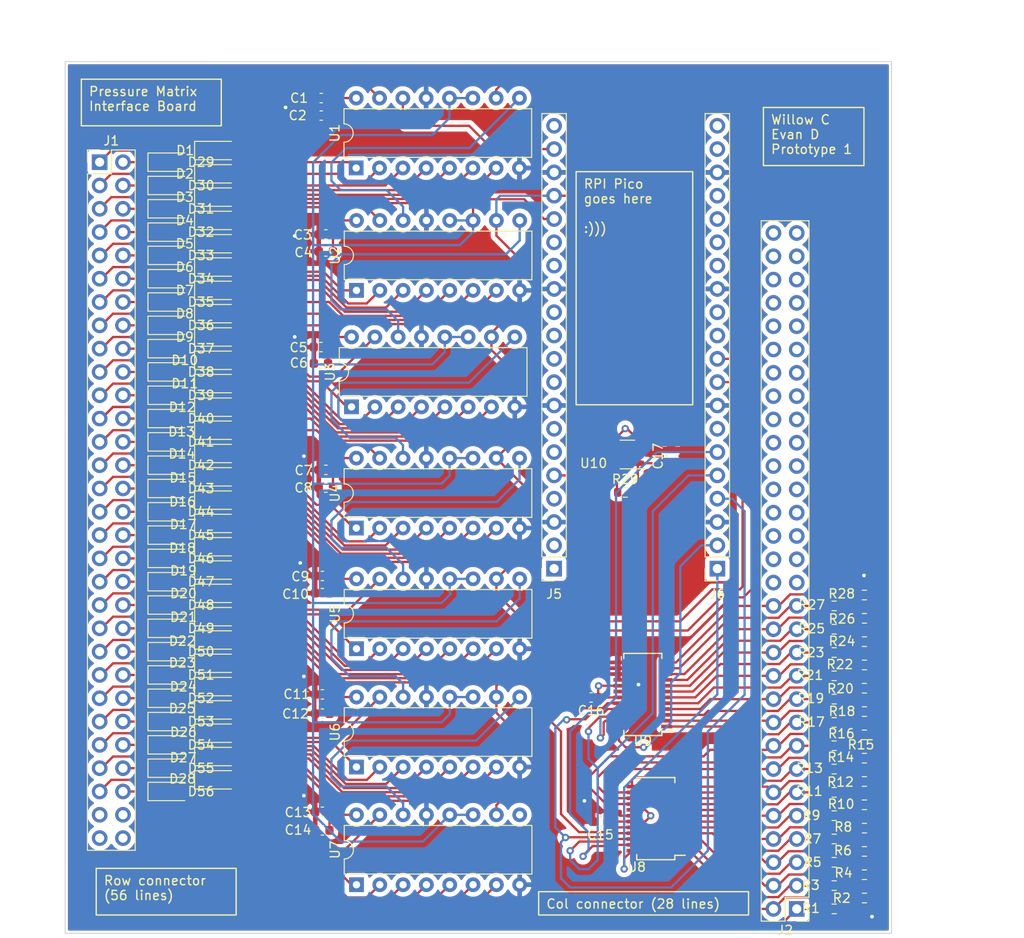
<source format=kicad_pcb>
(kicad_pcb (version 20221018) (generator pcbnew)
  (layers (0 "F.Cu" signal) (1 "In1.Cu" power "GND") (2 "In2.Cu" power "PWR") (31 "B.Cu" signal) (34 "B.Paste" user) (35 "F.Paste" user) (36 "B.SilkS" user "B.Silkscreen") (37 "F.SilkS" user "F.Silkscreen") (38 "B.Mask" user) (39 "F.Mask" user) (44 "Edge.Cuts" user))
  (net 0 "")
  (net 1 "+3V3")
  (net 2 "GND")
  (net 3 "Net-(U10-+)")
  (net 4 "Net-(D1-K)")
  (net 5 "/Interface Board/SOUT1")
  (net 6 "Net-(D2-K)")
  (net 7 "/Interface Board/SOUT3")
  (net 8 "Net-(D3-K)")
  (net 9 "/Interface Board/SOUT5")
  (net 10 "Net-(D4-K)")
  (net 11 "/Interface Board/SOUT7")
  (net 12 "Net-(D5-K)")
  (net 13 "/Interface Board/SOUT9")
  (net 14 "Net-(D6-K)")
  (net 15 "/Interface Board/SOUT11")
  (net 16 "Net-(D7-K)")
  (net 17 "/Interface Board/SOUT13")
  (net 18 "Net-(D8-K)")
  (net 19 "/Interface Board/SOUT15")
  (net 20 "Net-(D9-K)")
  (net 21 "/Interface Board/SOUT17")
  (net 22 "Net-(D10-K)")
  (net 23 "/Interface Board/SOUT19")
  (net 24 "Net-(D11-K)")
  (net 25 "/Interface Board/SOUT21")
  (net 26 "Net-(D12-K)")
  (net 27 "/Interface Board/SOUT23")
  (net 28 "Net-(D13-K)")
  (net 29 "/Interface Board/SOUT25")
  (net 30 "Net-(D14-K)")
  (net 31 "/Interface Board/SOUT27")
  (net 32 "Net-(D15-K)")
  (net 33 "/Interface Board/SOUT29")
  (net 34 "Net-(D16-K)")
  (net 35 "/Interface Board/SOUT31")
  (net 36 "Net-(D17-K)")
  (net 37 "/Interface Board/SOUT33")
  (net 38 "Net-(D18-K)")
  (net 39 "/Interface Board/SOUT35")
  (net 40 "Net-(D19-K)")
  (net 41 "/Interface Board/SOUT37")
  (net 42 "Net-(D20-K)")
  (net 43 "/Interface Board/SOUT39")
  (net 44 "Net-(D21-K)")
  (net 45 "/Interface Board/SOUT41")
  (net 46 "Net-(D22-K)")
  (net 47 "/Interface Board/SOUT43")
  (net 48 "Net-(D23-K)")
  (net 49 "/Interface Board/SOUT45")
  (net 50 "Net-(D24-K)")
  (net 51 "/Interface Board/SOUT47")
  (net 52 "Net-(D25-K)")
  (net 53 "/Interface Board/SOUT49")
  (net 54 "Net-(D26-K)")
  (net 55 "/Interface Board/SOUT51")
  (net 56 "Net-(D27-K)")
  (net 57 "/Interface Board/SOUT53")
  (net 58 "Net-(D28-K)")
  (net 59 "/Interface Board/SOUT55")
  (net 60 "Net-(D29-K)")
  (net 61 "/Interface Board/SOUT2")
  (net 62 "Net-(D30-K)")
  (net 63 "/Interface Board/SOUT4")
  (net 64 "Net-(D31-K)")
  (net 65 "/Interface Board/SOUT6")
  (net 66 "Net-(D32-K)")
  (net 67 "/Interface Board/SOUT8")
  (net 68 "Net-(D33-K)")
  (net 69 "/Interface Board/SOUT10")
  (net 70 "Net-(D34-K)")
  (net 71 "/Interface Board/SOUT12")
  (net 72 "Net-(D35-K)")
  (net 73 "/Interface Board/SOUT14")
  (net 74 "Net-(D36-K)")
  (net 75 "/Interface Board/SOUT16")
  (net 76 "Net-(D37-K)")
  (net 77 "/Interface Board/SOUT18")
  (net 78 "Net-(D38-K)")
  (net 79 "/Interface Board/SOUT20")
  (net 80 "Net-(D39-K)")
  (net 81 "/Interface Board/SOUT22")
  (net 82 "Net-(D40-K)")
  (net 83 "/Interface Board/SOUT24")
  (net 84 "Net-(D41-K)")
  (net 85 "/Interface Board/SOUT26")
  (net 86 "Net-(D42-K)")
  (net 87 "/Interface Board/SOUT28")
  (net 88 "Net-(D43-K)")
  (net 89 "/Interface Board/SOUT30")
  (net 90 "Net-(D44-K)")
  (net 91 "/Interface Board/SOUT32")
  (net 92 "Net-(D45-K)")
  (net 93 "/Interface Board/SOUT34")
  (net 94 "Net-(D46-K)")
  (net 95 "/Interface Board/SOUT36")
  (net 96 "Net-(D47-K)")
  (net 97 "/Interface Board/SOUT38")
  (net 98 "Net-(D48-K)")
  (net 99 "/Interface Board/SOUT40")
  (net 100 "Net-(D49-K)")
  (net 101 "/Interface Board/SOUT42")
  (net 102 "Net-(D50-K)")
  (net 103 "/Interface Board/SOUT44")
  (net 104 "Net-(D51-K)")
  (net 105 "/Interface Board/SOUT46")
  (net 106 "Net-(D52-K)")
  (net 107 "/Interface Board/SOUT48")
  (net 108 "Net-(D53-K)")
  (net 109 "/Interface Board/SOUT50")
  (net 110 "Net-(D54-K)")
  (net 111 "/Interface Board/SOUT52")
  (net 112 "Net-(D55-K)")
  (net 113 "/Interface Board/SOUT54")
  (net 114 "Net-(D56-K)")
  (net 115 "/Interface Board/SOUT56")
  (net 120 "/Interface Board/ADC_IN1")
  (net 121 "/Interface Board/ADC_IN2")
  (net 122 "/Interface Board/ADC_IN3")
  (net 123 "/Interface Board/ADC_IN4")
  (net 124 "/Interface Board/ADC_IN5")
  (net 125 "/Interface Board/ADC_IN6")
  (net 126 "/Interface Board/ADC_IN7")
  (net 127 "/Interface Board/ADC_IN8")
  (net 128 "/Interface Board/ADC_IN9")
  (net 129 "/Interface Board/ADC_IN10")
  (net 130 "/Interface Board/ADC_IN11")
  (net 131 "/Interface Board/ADC_IN12")
  (net 132 "/Interface Board/ADC_IN13")
  (net 133 "/Interface Board/ADC_IN14")
  (net 134 "/Interface Board/ADC_IN15")
  (net 135 "/Interface Board/ADC_IN16")
  (net 136 "/Interface Board/ADC_IN17")
  (net 137 "/Interface Board/ADC_IN18")
  (net 138 "/Interface Board/ADC_IN19")
  (net 139 "/Interface Board/ADC_IN20")
  (net 140 "/Interface Board/ADC_IN21")
  (net 141 "/Interface Board/ADC_IN22")
  (net 142 "/Interface Board/ADC_IN23")
  (net 143 "/Interface Board/ADC_IN24")
  (net 144 "/Interface Board/ADC_IN25")
  (net 145 "/Interface Board/ADC_IN26")
  (net 146 "/Interface Board/ADC_IN27")
  (net 147 "/Interface Board/ADC_IN28")
  (net 183 "/Interface Board/3V3_Pico")
  (net 192 "/Interface Board/SH_CLK")
  (net 193 "/Interface Board/SH_CLR")
  (net 194 "/Interface Board/SH_SERIN")
  (net 195 "/Interface Board/SH_SEROUT")
  (net 196 "/Interface Board/ADC1_EOC")
  (net 197 "/Interface Board/ADC2_EOC")
  (net 198 "/Interface Board/SPI0_SCK")
  (net 199 "/Interface Board/SPI0_TX")
  (net 200 "/Interface Board/SPI0_RX")
  (net 202 "/Interface Board/CS0")
  (net 203 "/Interface Board/CS1")
  (net 212 "Net-(U1-QH')")
  (net 213 "Net-(U2-QH')")
  (net 214 "Net-(U3-QH')")
  (net 215 "/Interface Board/SER5")
  (net 216 "Net-(U5-QH')")
  (net 217 "Net-(U6-QH')")
  (net 218 "/Interface Board/SER_OUT")
  (footprint "Capacitor_SMD:C_0603_1608Metric" (layer "F.Cu") (at 121.393708 106.429455 180)
    (fp_text reference "C8")
    (fp_text value "0.1uF")
  )
  (footprint "Diode_SMD:D_SOD-123" (layer "F.Cu") (at 104.375708 86.201727)
    (fp_text reference "D35")
    (fp_text value "MMSD4148")
  )
  (footprint "Diode_SMD:D_SOD-123" (layer "F.Cu") (at 104.375708 88.741727)
    (fp_text reference "D36")
    (fp_text value "MMSD4148")
  )
  (footprint "Diode_SMD:D_SOD-123" (layer "F.Cu") (at 109.455708 72.231727)
    (fp_text reference "D2")
    (fp_text value "MMSD4148")
  )
  (footprint "Resistor_SMD:R_0603_1608Metric" (layer "F.Cu") (at 176.753328 149.797397)
    (fp_text reference "R3")
    (fp_text value "100k")
  )
  (footprint "Diode_SMD:D_SOD-123" (layer "F.Cu") (at 104.375708 134.461727)
    (fp_text reference "D54")
    (fp_text value "MMSD4148")
  )
  (footprint "Capacitor_SMD:C_0603_1608Metric" (layer "F.Cu") (at 121.012186 116.05402 180)
    (fp_text reference "C9")
    (fp_text value "1uF")
  )
  (footprint "Diode_SMD:D_SOD-123" (layer "F.Cu") (at 109.455708 112.871727)
    (fp_text reference "D18")
    (fp_text value "MMSD4148")
  )
  (footprint "Diode_SMD:D_SOD-123" (layer "F.Cu") (at 104.375708 111.601727)
    (fp_text reference "D45")
    (fp_text value "MMSD4148")
  )
  (footprint "Diode_SMD:D_SOD-123" (layer "F.Cu") (at 109.455708 130.651727)
    (fp_text reference "D25")
    (fp_text value "MMSD4148")
  )
  (footprint "Diode_SMD:D_SOD-123" (layer "F.Cu") (at 109.455708 105.251727)
    (fp_text reference "D15")
    (fp_text value "MMSD4148")
  )
  (footprint "Resistor_SMD:R_0603_1608Metric" (layer "F.Cu") (at 176.753328 137.097397)
    (fp_text reference "R13")
    (fp_text value "100k")
  )
  (footprint "Capacitor_SMD:C_0603_1608Metric" (layer "F.Cu") (at 121.012186 143.780959 180)
    (fp_text reference "C14")
    (fp_text value "0.1uF")
  )
  (footprint "Diode_SMD:D_SOD-123" (layer "F.Cu") (at 109.455708 95.091727)
    (fp_text reference "D11")
    (fp_text value "MMSD4148")
  )
  (footprint "Diode_SMD:D_SOD-123" (layer "F.Cu") (at 104.375708 76.041727)
    (fp_text reference "D31")
    (fp_text value "MMSD4148")
  )
  (footprint "Diode_SMD:D_SOD-123" (layer "F.Cu") (at 104.375708 137.001727)
    (fp_text reference "D55")
    (fp_text value "MMSD4148")
  )
  (footprint "Resistor_SMD:R_0603_1608Metric" (layer "F.Cu") (at 180.051682 130.831965)
    (fp_text reference "R18")
    (fp_text value "100k")
  )
  (footprint "Diode_SMD:D_SOD-123" (layer "F.Cu") (at 109.455708 92.551727)
    (fp_text reference "D10")
    (fp_text value "MMSD4148")
  )
  (footprint "Diode_SMD:D_SOD-123" (layer "F.Cu") (at 104.375708 73.501727)
    (fp_text reference "D30")
    (fp_text value "MMSD4148")
  )
  (footprint "Diode_SMD:D_SOD-123" (layer "F.Cu") (at 104.375708 106.521727)
    (fp_text reference "D43")
    (fp_text value "MMSD4148")
  )
  (footprint "Resistor_SMD:R_0603_1608Metric" (layer "F.Cu") (at 176.753328 119.317397)
    (fp_text reference "R27")
    (fp_text value "100k")
  )
  (footprint "Resistor_SMD:R_0603_1608Metric" (layer "F.Cu") (at 180.051682 128.291965)
    (fp_text reference "R20")
    (fp_text value "100k")
  )
  (footprint "Diode_SMD:D_SOD-123" (layer "F.Cu") (at 104.375708 139.541727)
    (fp_text reference "D56")
    (fp_text value "MMSD4148")
  )
  (footprint "Capacitor_SMD:C_0603_1608Metric" (layer "F.Cu") (at 121.012186 117.926861 180)
    (fp_text reference "C10")
    (fp_text value "0.1uF")
  )
  (footprint "Resistor_SMD:R_0603_1608Metric" (layer "F.Cu") (at 176.753328 121.857397)
    (fp_text reference "R25")
    (fp_text value "100k")
  )
  (footprint "Resistor_SMD:R_0603_1608Metric" (layer "F.Cu") (at 176.753328 142.177397)
    (fp_text reference "R9")
    (fp_text value "100k")
  )
  (footprint "Package_DIP:DIP-16_W7.62mm" (layer "F.Cu") (at 124.725708 84.931727 90)
    (fp_text reference "U2")
    (fp_text value "74HC595")
  )
  (footprint "Diode_SMD:D_SOD-123" (layer "F.Cu") (at 109.455708 115.411727)
    (fp_text reference "D19")
    (fp_text value "MMSD4148")
  )
  (footprint "Connector_PinSocket_2.54mm:PinSocket_1x20_P2.54mm_Vertical" (layer "F.Cu") (at 146.250708 115.255141 180)
    (fp_text reference "J5")
    (fp_text value "PicoPinSocketB")
  )
  (footprint "Diode_SMD:D_SOD-123" (layer "F.Cu") (at 109.455708 90.011727)
    (fp_text reference "D9")
    (fp_text value "MMSD4148")
  )
  (footprint "Resistor_SMD:R_0603_1608Metric" (layer "F.Cu") (at 180.051682 120.671965)
    (fp_text reference "R26")
    (fp_text value "100k")
  )
  (footprint "Capacitor_SMD:C_0603_1608Metric" (layer "F.Cu") (at 120.885708 65.881727 180)
    (fp_text reference "C2")
    (fp_text value "0.1uF")
  )
  (footprint "Resistor_SMD:R_0603_1608Metric" (layer "F.Cu") (at 180.051682 123.211965)
    (fp_text reference "R24")
    (fp_text value "100k")
  )
  (footprint "Capacitor_SMD:C_0603_1608Metric" (layer "F.Cu") (at 150.283528 129.294598 180)
    (fp_text reference "C16")
    (fp_text value ".1uF")
  )
  (footprint "Connector_PinHeader_2.54mm:PinHeader_2x30_P2.54mm_Vertical" (layer "F.Cu") (at 96.755708 70.961727)
    (fp_text reference "J1")
    (fp_text value "02x30_Shift_Register_Connector")
  )
  (footprint "Resistor_SMD:R_0603_1608Metric" (layer "F.Cu") (at 176.753328 139.637397)
    (fp_text reference "R11")
    (fp_text value "100k")
  )
  (footprint "Capacitor_SMD:C_0603_1608Metric" (layer "F.Cu") (at 121.393708 104.489727 180)
    (fp_text reference "C7")
    (fp_text value "1uF")
  )
  (footprint "Capacitor_SMD:C_0603_1608Metric" (layer "F.Cu") (at 120.855708 91.108373 180)
    (fp_text reference "C5")
    (fp_text value "1uF")
  )
  (footprint "Package_DIP:DIP-16_W7.62mm" (layer "F.Cu") (at 124.725708 136.870022 90)
    (fp_text reference "U6")
    (fp_text value "74HC595")
  )
  (footprint "Diode_SMD:D_SOD-123" (layer "F.Cu") (at 109.455708 87.471727)
    (fp_text reference "D8")
    (fp_text value "MMSD4148")
  )
  (footprint "Diode_SMD:D_SOD-123" (layer "F.Cu") (at 104.375708 109.061727)
    (fp_text reference "D44")
    (fp_text value "MMSD4148")
  )
  (footprint "Resistor_SMD:R_0603_1608Metric" (layer "F.Cu") (at 180.051682 148.611965)
    (fp_text reference "R4")
    (fp_text value "100k")
  )
  (footprint "Resistor_SMD:R_0603_1608Metric" (layer "F.Cu") (at 180.051682 135.911965)
    (fp_text reference "R14")
    (fp_text value "100k")
  )
  (footprint "Diode_SMD:D_SOD-123" (layer "F.Cu") (at 104.375708 103.981727)
    (fp_text reference "D42")
    (fp_text value "MMSD4148")
  )
  (footprint "Capacitor_SMD:C_0603_1608Metric" (layer "F.Cu") (at 159 103 90)
    (fp_text reference "C17")
    (fp_text value "0.1uF")
  )
  (footprint "Package_DIP:DIP-16_W7.62mm" (layer "F.Cu") (at 124.187708 97.631727 90)
    (fp_text reference "U3")
    (fp_text value "74HC595")
  )
  (footprint "Resistor_SMD:R_0603_1608Metric" (layer "F.Cu") (at 180.051682 118.131965)
    (fp_text reference "R28")
    (fp_text value "100k")
  )
  (footprint "Diode_SMD:D_SOD-123" (layer "F.Cu") (at 104.375708 78.581727)
    (fp_text reference "D32")
    (fp_text value "MMSD4148")
  )
  (footprint "Package_SO:SSOP-24_3.9x8.7mm_P0.635mm" (layer "F.Cu") (at 155.917328 128.969397 180)
    (fp_text reference "U9")
    (fp_text value "MAX11643EEG")
  )
  (footprint "Diode_SMD:D_SOD-123" (layer "F.Cu") (at 109.455708 79.851727)
    (fp_text reference "D5")
    (fp_text value "MMSD4148")
  )
  (footprint "Resistor_SMD:R_0603_1608Metric" (layer "F.Cu") (at 180.051682 151.151965)
    (fp_text reference "R2")
    (fp_text value "100k")
  )
  (footprint "Diode_SMD:D_SOD-123" (layer "F.Cu") (at 109.455708 138.271727)
    (fp_text reference "D28")
    (fp_text value "MMSD4148")
  )
  (footprint "Capacitor_SMD:C_0603_1608Metric" (layer "F.Cu") (at 121.393708 80.693704 180)
    (fp_text reference "C4")
    (fp_text value "0.1uF")
  )
  (footprint "Diode_SMD:D_SOD-123" (layer "F.Cu") (at 104.375708 116.681727)
    (fp_text reference "D47")
    (fp_text value "MMSD4148")
  )
  (footprint "Package_DIP:DIP-16_W7.62mm" (layer "F.Cu") (at 124.725708 149.701727 90)
    (fp_text reference "U7")
    (fp_text value "74HC595")
  )
  (footprint "Package_DIP:DIP-16_W7.62mm" (layer "F.Cu") (at 124.710708 110.829727 90)
    (fp_text reference "U4")
    (fp_text value "74HC595")
  )
  (footprint "Diode_SMD:D_SOD-123" (layer "F.Cu") (at 109.455708 82.391727)
    (fp_text reference "D6")
    (fp_text value "MMSD4148")
  )
  (footprint "Diode_SMD:D_SOD-123" (layer "F.Cu") (at 109.455708 102.711727)
    (fp_text reference "D14")
    (fp_text value "MMSD4148")
  )
  (footprint "Diode_SMD:D_SOD-123" (layer "F.Cu") (at 109.455708 120.491727)
    (fp_text reference "D21")
    (fp_text value "MMSD4148")
  )
  (footprint "Capacitor_SMD:C_0603_1608Metric" (layer "F.Cu") (at 121.012186 131.056588 180)
    (fp_text reference "C12")
    (fp_text value "0.1uF")
  )
  (footprint "Diode_SMD:D_SOD-123" (layer "F.Cu") (at 104.375708 83.661727)
    (fp_text reference "D34")
    (fp_text value "MMSD4148")
  )
  (footprint "Resistor_SMD:R_0603_1608Metric" (layer "F.Cu") (at 176.753328 126.937397)
    (fp_text reference "R21")
    (fp_text value "100k")
  )
  (footprint "Diode_SMD:D_SOD-123" (layer "F.Cu") (at 104.375708 129.381727)
    (fp_text reference "D52")
    (fp_text value "MMSD4148")
  )
  (footprint "Diode_SMD:D_SOD-123" (layer "F.Cu") (at 104.375708 131.921727)
    (fp_text reference "D53")
    (fp_text value "MMSD4148")
  )
  (footprint "Diode_SMD:D_SOD-123" (layer "F.Cu") (at 109.455708 74.771727)
    (fp_text reference "D3")
    (fp_text value "MMSD4148")
  )
  (footprint "Diode_SMD:D_SOD-123" (layer "F.Cu") (at 109.455708 123.031727)
    (fp_text reference "D22")
    (fp_text value "MMSD4148")
  )
  (footprint "Capacitor_SMD:C_0603_1608Metric" (layer "F.Cu") (at 121.393708 78.835727 180)
    (fp_text reference "C3")
    (fp_text value "1uF")
  )
  (footprint "Diode_SMD:D_SOD-123" (layer "F.Cu") (at 109.455708 110.331727)
    (fp_text reference "D17")
    (fp_text value "MMSD4148")
  )
  (footprint "Capacitor_SMD:C_0603_1608Metric" (layer "F.Cu") (at 120.855708 92.892031 180)
    (fp_text reference "C6")
    (fp_text value "0.1uF")
  )
  (footprint "Connector_PinHeader_2.54mm:PinHeader_2x30_P2.54mm_Vertical" (layer "F.Cu") (at 172.681328 152.337397 180)
    (fp_text reference "J2")
    (fp_text value "02x30_ADC_Connector")
  )
  (footprint "Resistor_SMD:R_0603_1608Metric" (layer "F.Cu") (at 180.051682 140.991965)
    (fp_text reference "R10")
    (fp_text value "100k")
  )
  (footprint "Diode_SMD:D_SOD-123" (layer "F.Cu") (at 109.455708 77.311727)
    (fp_text reference "D4")
    (fp_text value "MMSD4148")
  )
  (footprint "Resistor_SMD:R_0603_1608Metric" (layer "F.Cu") (at 180.051682 138.451965)
    (fp_text reference "R12")
    (fp_text value "100k")
  )
  (footprint "Diode_SMD:D_SOD-123" (layer "F.Cu") (at 104.375708 98.901727)
    (fp_text reference "D40")
    (fp_text value "MMSD4148")
  )
  (footprint "Diode_SMD:D_SOD-123" (layer "F.Cu") (at 104.375708 114.141727)
    (fp_text reference "D46")
    (fp_text value "MMSD4148")
  )
  (footprint "Package_DIP:DIP-16_W7.62mm" (layer "F.Cu") (at 124.695708 71.596727 90)
    (fp_text reference "U1")
    (fp_text value "74HC595")
  )
  (footprint "Diode_SMD:D_SOD-123" (layer "F.Cu") (at 104.375708 70.961727)
    (fp_text reference "D29")
    (fp_text value "MMSD4148")
  )
  (footprint "Capacitor_SMD:C_0603_1608Metric" (layer "F.Cu") (at 151.289438 142.825064 180)
    (fp_text reference "C15")
    (fp_text value ".1uF")
  )
  (footprint "Diode_SMD:D_SOD-123" (layer "F.Cu") (at 109.455708 133.191727)
    (fp_text reference "D26")
    (fp_text value "MMSD4148")
  )
  (footprint "Resistor_SMD:R_0603_1608Metric" (layer "F.Cu") (at 176.753328 147.257397)
    (fp_text reference "R5")
    (fp_text value "100k")
  )
  (footprint "Resistor_SMD:R_0603_1608Metric" (layer "F.Cu") (at 176.753328 144.717397)
    (fp_text reference "R7")
    (fp_text value "100k")
  )
  (footprint "Package_TO_SOT_SMD:SOT-23-5" (layer "F.Cu") (at 154.233742 102.818391 180)
    (fp_text reference "U10")
    (fp_text value "LM321")
  )
  (footprint "Diode_SMD:D_SOD-123" (layer "F.Cu") (at 104.375708 119.221727)
    (fp_text reference "D48")
    (fp_text value "MMSD4148")
  )
  (footprint "Diode_SMD:D_SOD-123" (layer "F.Cu") (at 104.375708 101.441727)
    (fp_text reference "D41")
    (fp_text value "MMSD4148")
  )
  (footprint "Capacitor_SMD:C_0603_1608Metric" (layer "F.Cu") (at 121.012186 128.96079 180)
    (fp_text reference "C11")
    (fp_text value "1uF")
  )
  (footprint "Diode_SMD:D_SOD-123" (layer "F.Cu") (at 104.375708 121.761727)
    (fp_text reference "D49")
    (fp_text value "MMSD4148")
  )
  (footprint "Resistor_SMD:R_0603_1608Metric" (layer "F.Cu") (at 176.753328 132.017397)
    (fp_text reference "R17")
    (fp_text value "100k")
  )
  (footprint "Diode_SMD:D_SOD-123" (layer "F.Cu") (at 109.455708 97.659742)
    (fp_text reference "D12")
    (fp_text value "MMSD4148")
  )
  (footprint "Diode_SMD:D_SOD-123" (layer "F.Cu") (at 104.375708 91.281727)
    (fp_text reference "D37")
    (fp_text value "MMSD4148")
  )
  (footprint "Resistor_SMD:R_0603_1608Metric" (layer "F.Cu") (at 180.051682 133.371965)
    (fp_text reference "R16")
    (fp_text value "100k")
  )
  (footprint "Resistor_SMD:R_0603_1608Metric" (layer "F.Cu") (at 176.753328 124.397397)
    (fp_text reference "R23")
    (fp_text value "100k")
  )
  (footprint "Diode_SMD:D_SOD-123" (layer "F.Cu") (at 104.375708 93.821727)
    (fp_text reference "D38")
    (fp_text value "MMSD4148")
  )
  (footprint "Diode_SMD:D_SOD-123" (layer "F.Cu") (at 109.455708 125.571727)
    (fp_text reference "D23")
    (fp_text value "MMSD4148")
  )
  (footprint "Capacitor_SMD:C_0603_1608Metric" (layer "F.Cu") (at 121.012186 141.752048 180)
    (fp_text reference "C13")
    (fp_text value "1uF")
  )
  (footprint "Package_SO:SSOP-24_3.9x8.7mm_P0.635mm" (layer "F.Cu") (at 157.33094 142.49844 180)
    (fp_text reference "U8")
    (fp_text value "MAX11643EEG")
  )
  (footprint "Diode_SMD:D_SOD-123" (layer "F.Cu") (at 109.455708 117.951727)
    (fp_text reference "D20")
    (fp_text value "MMSD4148")
  )
  (footprint "Resistor_SMD:R_0603_1608Metric" (layer "F.Cu") (at 176.753328 152.337397)
    (fp_text reference "R1")
    (fp_text value "100k")
  )
  (footprint "Diode_SMD:D_SOD-123" (layer "F.Cu") (at 109.455708 84.931727)
    (fp_text reference "D7")
    (fp_text value "MMSD4148")
  )
  (footprint "Diode_SMD:D_SOD-123" (layer "F.Cu") (at 104.375708 96.361727)
    (fp_text reference "D39")
    (fp_text value "MMSD4148")
  )
  (footprint "Resistor_SMD:R_0603_1608Metric" (layer "F.Cu") (at 180.051682 143.531965)
    (fp_text reference "R8")
    (fp_text value "100k")
  )
  (footprint "Diode_SMD:D_SOD-123" (layer "F.Cu") (at 104.375708 126.841727)
    (fp_text reference "D51")
    (fp_text value "MMSD4148")
  )
  (footprint "Diode_SMD:D_SOD-123" (layer "F.Cu") (at 109.455708 100.171727)
    (fp_text reference "D13")
    (fp_text value "MMSD4148")
  )
  (footprint "Resistor_SMD:R_0603_1608Metric" (layer "F.Cu") (at 176.753328 129.477397)
    (fp_text reference "R19")
    (fp_text value "100k")
  )
  (footprint "Capacitor_SMD:C_0603_1608Metric" (layer "F.Cu") (at 120.885708 63.976727 180)
    (fp_text reference "C1")
    (fp_text value "1uF")
  )
  (footprint "Diode_SMD:D_SOD-123" (layer "F.Cu") (at 109.455708 135.731727)
    (fp_text reference "D27")
    (fp_text value "MMSD4148")
  )
  (footprint "Connector_PinSocket_2.54mm:PinSocket_1x20_P2.54mm_Vertical" (layer "F.Cu") (at 164.030708 115.255141 180)
    (fp_text reference "J6")
    (fp_text value "PicoPinSocketA")
  )
  (footprint "Package_DIP:DIP-16_W7.62mm" (layer "F.Cu") (at 124.725708 123.989585 90)
    (fp_text reference "U5")
    (fp_text value "74HC595")
  )
  (footprint "Diode_SMD:D_SOD-123" (layer "F.Cu") (at 109.455708 107.791727)
    (fp_text reference "D16")
    (fp_text value "MMSD4148")
  )
  (footprint "Resistor_SMD:R_0603_1608Metric" (layer "F.Cu") (at 176.753328 134.557397)
    (fp_text reference "R15")
    (fp_text value "100k")
  )
  (footprint "Resistor_SMD:R_0603_1608Metric" (layer "F.Cu") (at 154 106.948391)
    (fp_text reference "R29")
    (fp_text value "100k")
  )
  (footprint "Diode_SMD:D_SOD-123" (layer "F.Cu") (at 104.375708 81.121727)
    (fp_text reference "D33")
    (fp_text value "MMSD4148")
  )
  (footprint "Diode_SMD:D_SOD-123" (layer "F.Cu") (at 104.375708 124.301727)
    (fp_text reference "D50")
    (fp_text value "MMSD4148")
  )
  (footprint "Diode_SMD:D_SOD-123" (layer "F.Cu") (at 109.455708 128.111727)
    (fp_text reference "D24")
    (fp_text value "MMSD4148")
  )
  (footprint "Resistor_SMD:R_0603_1608Metric" (layer "F.Cu") (at 180.051682 125.751965)
    (fp_text reference "R22")
    (fp_text value "100k")
  )
  (footprint "Diode_SMD:D_SOD-123" (layer "F.Cu") (at 109.455708 69.691727)
    (fp_text reference "D1")
    (fp_text value "MMSD4148")
  )
  (footprint "Resistor_SMD:R_0603_1608Metric" (layer "F.Cu") (at 180.051682 146.071965)
    (fp_text reference "R6")
    (fp_text value "100k")
  )
  (gr_rect (start 93 60) (end 183 155) (stroke (width 0.1)) (fill none) (layer "Edge.Cuts"))
  (gr_text_box "RPI Pico\ngoes here\n\n:)))" (start 148.65 72) (end 161.35 97.4) (layer "F.SilkS") (effects (font (size 1 1)) (justify left top)) (stroke (width 0.15)))
  (gr_text_box "Willow C\nEvan D\nPrototype 1" (start 169.050019 65) (end 180 71.331279) (layer "F.SilkS") (effects (font (size 1 1)) (justify left top)) (stroke (width 0.15)))
  (gr_text_box "Row connector\n(56 lines)" (start 96.38 147.92) (end 111.62 153) (layer "F.SilkS") (effects (font (size 1 1)) (justify left top)) (stroke (width 0.15)))
  (gr_text_box "Pressure Matrix Interface Board" (start 94.76 61.92) (end 110 67) (layer "F.SilkS") (effects (font (size 1 1)) (justify left top)) (stroke (width 0.15)))
  (gr_text_box "Col connector (28 lines)" (start 144.57 150.46) (end 167.43 153) (layer "F.SilkS") (effects (font (size 1 1)) (justify left top)) (stroke (width 0.15)))
  (segment (start 122.168708 78.835727) (end 122.168708 77.806727) (width 0.25) (layer "F.Cu") (net 1))
  (segment (start 156.71465 142.070115) (end 156.18973 141.545195) (width 0.25) (layer "F.Cu") (net 1))
  (segment (start 124.710708 103.209727) (end 123.448708 103.209727) (width 0.25) (layer "F.Cu") (net 1))
  (segment (start 153.317328 128.016897) (end 151.383292 128.016897) (width 0.25) (layer "F.Cu") (net 1))
  (segment (start 122.663708 77.311727) (end 124.725708 77.311727) (width 0.25) (layer "F.Cu") (net 1))
  (segment (start 153.309627 129.294598) (end 153.317328 129.286897) (width 0.25) (layer "F.Cu") (net 1))
  (segment (start 121.787186 128.96079) (end 121.787186 131.056588) (width 0.25) (layer "F.Cu") (net 1))
  (segment (start 121.787186 143.780959) (end 121.787186 141.752048) (width 0.25) (layer "F.Cu") (net 1))
  (segment (start 122.168708 78.835727) (end 122.168708 80.693704) (width 0.25) (layer "F.Cu") (net 1))
  (segment (start 152.073562 142.81594) (end 152.064438 142.825064) (width 0.25) (layer "F.Cu") (net 1))
  (segment (start 154.192333 100) (end 155.371242 101.178909) (width 0.25) (layer "F.Cu") (net 1))
  (segment (start 121.787186 116.05402) (end 121.787186 117.926861) (width 0.25) (layer "F.Cu") (net 1))
  (segment (start 122.727354 90.011727) (end 121.630708 91.108373) (width 0.25) (layer "F.Cu") (net 1))
  (segment (start 154.013436 100) (end 154.013436 100) (width 0.25) (layer "F.Cu") (net 1))
  (segment (start 153 101.772149) (end 153 101) (width 0.25) (layer "F.Cu") (net 1))
  (segment (start 153 101) (end 153.013436 101) (width 0.25) (layer "F.Cu") (net 1))
  (segment (start 124.187708 90.011727) (end 122.727354 90.011727) (width 0.25) (layer "F.Cu") (net 1))
  (segment (start 123.448708 103.209727) (end 122.168708 104.489727) (width 0.25) (layer "F.Cu") (net 1))
  (segment (start 121.787186 128.96079) (end 122.076418 129.250022) (width 0.25) (layer "F.Cu") (net 1))
  (segment (start 156.71465 142.242218) (end 156.772018 142.18485) (width 0.25) (layer "F.Cu") (net 1))
  (segment (start 151.058528 128.341661) (end 151.058528 129.294598) (width 0.25) (layer "F.Cu") (net 1))
  (segment (start 121.630708 91.108373) (end 121.630708 92.892031) (width 0.25) (layer "F.Cu") (net 1))
  (segment (start 121.787186 116.05402) (end 122.102751 116.369585) (width 0.25) (layer "F.Cu") (net 1))
  (segment (start 122.168708 104.489727) (end 122.168708 106.429455) (width 0.25) (layer "F.Cu") (net 1))
  (segment (start 154.013436 100) (end 154.192333 100) (width 0.25) (layer "F.Cu") (net 1))
  (segment (start 153.096242 101.868391) (end 153 101.772149) (width 0.25) (layer "F.Cu") (net 1))
  (segment (start 156.772018 142.18485) (end 156.71465 142.127482) (width 0.25) (layer "F.Cu") (net 1))
  (segment (start 154.73094 142.81594) (end 152.073562 142.81594) (width 0.25) (layer "F.Cu") (net 1))
  (segment (start 154 100.013436) (end 154 100) (width 0.25) (layer "F.Cu") (net 1))
  (segment (start 154.73094 142.81594) (end 156.178428 142.81594) (width 0.25) (layer "F.Cu") (net 1))
  (segment (start 155.546685 141.545195) (end 155.54594 141.54594) (width 0.25) (layer "F.Cu") (net 1))
  (segment (start 122.101897 78.768916) (end 122.168708 78.835727) (width 0.25) (layer "F.Cu") (net 1))
  (segment (start 122.168708 77.806727) (end 122.663708 77.311727) (width 0.25) (layer "F.Cu") (net 1))
  (segment (start 155.371242 101.178909) (end 155.371242 101.868391) (width 0.25) (layer "F.Cu") (net 1))
  (segment (start 154 100) (end 154.013436 100) (width 0.25) (layer "F.Cu") (net 1))
  (segment (start 156.71465 142.127482) (end 156.71465 142.070115) (width 0.25) (layer "F.Cu") (net 1))
  (segment (start 156.178428 142.81594) (end 156.71465 142.279718) (width 0.25) (layer "F.Cu") (net 1))
  (segment (start 122.076418 129.250022) (end 124.725708 129.250022) (width 0.25) (layer "F.Cu") (net 1))
  (segment (start 122.102751 116.369585) (end 124.725708 116.369585) (width 0.25) (layer "F.Cu") (net 1))
  (segment (start 121.660708 63.976727) (end 121.660708 65.881727) (width 0.25) (layer "F.Cu") (net 1))
  (segment (start 121.787186 141.752048) (end 122.116865 142.081727) (width 0.25) (layer "F.Cu") (net 1))
  (segment (start 124.695708 63.976727) (end 121.660708 63.976727) (width 0.25) (layer "F.Cu") (net 1))
  (segment (start 155.54594 141.54594) (end 154.73094 141.54594) (width 0.25) (layer "F.Cu") (net 1))
  (segment (start 151.058528 129.294598) (end 153.309627 129.294598) (width 0.25) (layer "F.Cu") (net 1))
  (segment (start 156.18973 141.545195) (end 155.546685 141.545195) (width 0.25) (layer "F.Cu") (net 1))
  (segment (start 153.013436 101) (end 154 100.013436) (width 0.25) (layer "F.Cu") (net 1))
  (segment (start 122.116865 142.081727) (end 124.725708 142.081727) (width 0.25) (layer "F.Cu") (net 1))
  (segment (start 156.71465 142.279718) (end 156.71465 142.242218) (width 0.25) (layer "F.Cu") (net 1))
  (via (at 151.097737 128.033995) (size 0.8) (drill 0.4) (layers "F.Cu" "B.Cu") (net 1))
  (via (at 156.772018 142.18485) (size 0.8) (drill 0.4) (layers "F.Cu" "B.Cu") (net 1))
  (via (at 154 100) (size 0.8) (drill 0.4) (layers "F.Cu" "B.Cu") (net 1))
  (segment (start 160.524859 97.475141) (end 164.030708 97.475141) (width 0.25) (layer "F.Cu") (net 2))
  (segment (start 157.528639 102.225) (end 159 102.225) (width 0.25) (layer "F.Cu") (net 2))
  (segment (start 120.237186 141.752048) (end 120.237186 143.780959) (width 0.25) (layer "F.Cu") (net 2))
  (segment (start 153.435907 142.18094) (end 153 141.745033) (width 0.25) (layer "F.Cu") (net 2))
  (segment (start 177.578328 152.337397) (end 180.850874 152.337397) (width 0.25) (layer "F.Cu") (net 2))
  (segment (start 150.435584 142.74621) (end 150.514438 142.825064) (width 0.25) (layer "F.Cu") (net 2))
  (segment (start 120.110708 63.976727) (end 118.023273 63.976727) (width 0.25) (layer "F.Cu") (net 2))
  (segment (start 159 102.225) (end 159 99) (width 0.25) (layer "F.Cu") (net 2))
  (segment (start 180.876682 118.131965) (end 180.876682 116.876682) (width 0.25) (layer "F.Cu") (net 2))
  (segment (start 180.876682 118.131965) (end 180.876682 151.151965) (width 0.25) (layer "F.Cu") (net 2))
  (segment (start 155.133442 127.381897) (end 153.317328 127.381897) (width 0.25) (layer "F.Cu") (net 2))
  (segment (start 120.080708 91.108373) (end 119.108373 91.108373) (width 0.25) (layer "F.Cu") (net 2))
  (segment (start 119.489727 104.489727) (end 119 104) (width 0.25) (layer "F.Cu") (net 2))
  (segment (start 120.237186 128.96079) (end 120.237186 131.056588) (width 0.25) (layer "F.Cu") (net 2))
  (segment (start 119.96079 128.96079) (end 119 128) (width 0.25) (layer "F.Cu") (net 2))
  (segment (start 120.110708 63.976727) (end 120.110708 65.881727) (width 0.25) (layer "F.Cu") (net 2))
  (segment (start 119.108373 91.108373) (end 118 90) (width 0.25) (layer "F.Cu") (net 2))
  (segment (start 180.876682 151.151965) (end 180.876682 153.175055) (width 0.25) (layer "F.Cu") (net 2))
  (segment (start 180.876682 153.175055) (end 180.736216 153.315521) (width 0.25) (layer "F.Cu") (net 2))
  (segment (start 153.317328 128.651897) (end 154.852454 128.651897) (width 0.25) (layer "F.Cu") (net 2))
  (segment (start 149.448528 129.234598) (end 149.508528 129.294598) (width 0.25) (layer "F.Cu") (net 2))
  (segment (start 150.233948 127.050903) (end 150.243045 127.050903) (width 0.25) (layer "F.Cu") (net 2))
  (segment (start 120.618708 106.429455) (end 120.618708 104.489727) (width 0.25) (layer "F.Cu") (net 2))
  (segment (start 120.237186 141.237186) (end 119 140) (width 0.25) (layer "F.Cu") (net 2))
  (segment (start 180.876682 116.876682) (end 180 116) (width 0.25) (layer "F.Cu") (net 2))
  (segment (start 120.237186 116.05402) (end 120.017474 116.05402) (width 0.25) (layer "F.Cu") (net 2))
  (segment (start 120.618708 78.835727) (end 118.164273 78.835727) (width 0.25) (layer "F.Cu") (net 2))
  (segment (start 155.371242 102.818391) (end 156.935248 102.818391) (width 0.25) (layer "F.Cu") (net 2))
  (segment (start 159 99) (end 160.524859 97.475141) (width 0.25) (layer "F.Cu") (net 2))
  (segment (start 118.023273 63.976727) (end 117 65) (width 0.25) (layer "F.Cu") (net 2))
  (segment (start 120.080708 91.108373) (end 120.080708 92.892031) (width 0.25) (layer "F.Cu") (net 2))
  (segment (start 120.017474 116.05402) (end 118.598427 114.634973) (width 0.25) (layer "F.Cu") (net 2))
  (segment (start 120.237186 141.752048) (end 120.237186 141.237186) (width 0.25) (layer "F.Cu") (net 2))
  (segment (start 149.555401 142.74621) (end 149.555401 140.563264) (width 0.25) (layer "F.Cu") (net 2))
  (segment (start 153 141.745033) (end 149.555401 141.745033) (width 0.25) (layer "F.Cu") (net 2))
  (segment (start 180.850874 152.337397) (end 180.876682 152.311589) (width 0.25) (layer "F.Cu") (net 2))
  (segment (start 120.618708 78.835727) (end 120.618708 80.693704) (width 0.25) (layer "F.Cu") (net 2))
  (segment (start 119 128) (end 119 127) (width 0.25) (layer "F.Cu") (net 2))
  (segment (start 150.233948 127.050903) (end 149.448528 127.836323) (width 0.25) (layer "F.Cu") (net 2))
  (segment (start 118.164273 78.835727) (end 118 79) (width 0.25) (layer "F.Cu") (net 2))
  (segment (start 120.237186 116.05402) (end 120.237186 117.926861) (width 0.25) (layer "F.Cu") (net 2))
  (segment (start 154.73094 142.18094) (end 153.435907 142.18094) (width 0.25) (layer "F.Cu") (net 2))
  (segment (start 155.373948 128.130403) (end 155.373948 127.96271) (width 0.25) (layer "F.Cu") (net 2))
  (segment (start 150.243045 127.050903) (end 151.182051 126.111897) (width 0.25) (layer "F.Cu") (net 2))
  (segment (start 156.935248 102.818391) (end 157.528639 102.225) (width 0.25) (layer "F.Cu") (net 2))
  (segment (start 151.182051 126.111897) (end 153.317328 126.111897) (width 0.25) (layer "F.Cu") (net 2))
  (segment (start 149.555401 142.74621) (end 150.435584 142.74621) (width 0.25) (layer "F.Cu") (net 2))
  (segment (start 120.618708 104.489727) (end 119.489727 104.489727) (width 0.25) (layer "F.Cu") (net 2))
  (segment (start 120.237186 128.96079) (end 119.96079 128.96079) (width 0.25) (layer "F.Cu") (net 2))
  (segment (start 149.448528 127.836323) (end 149.448528 129.234598) (width 0.25) (layer "F.Cu") (net 2))
  (segment (start 155.444365 127.892293) (end 155.373948 127.821876) (width 0.25) (layer "F.Cu") (net 2))
  (segment (start 153.317328 125.476897) (end 153.317328 127.381897) (width 0.25) (layer "F.Cu") (net 2))
  (segment (start 155.373948 127.821876) (end 155.373948 127.622403) (width 0.25) (layer "F.Cu") (net 2))
  (segment (start 155.373948 127.96271) (end 155.444365 127.892293) (width 0.25) (layer "F.Cu") (net 2))
  (segment (start 154.852454 128.651897) (end 155.373948 128.130403) (width 0.25) (layer "F.Cu") (net 2))
  (segment (start 119 104) (end 119 103) (width 0.25) (layer "F.Cu") (net 2))
  (segment (start 155.373948 127.622403) (end 155.133442 127.381897) (width 0.25) (layer "F.Cu") (net 2))
  (via (at 118 90) (size 0.8) (drill 0.4) (layers "F.Cu" "B.Cu") (net 2))
  (via (at 119 127) (size 0.8) (drill 0.4) (layers "F.Cu" "B.Cu") (net 2))
  (via (at 119 103) (size 0.8) (drill 0.4) (layers "F.Cu" "B.Cu") (net 2))
  (via (at 180 116) (size 0.8) (drill 0.4) (layers "F.Cu" "B.Cu") (net 2))
  (via (at 117 65) (size 0.8) (drill 0.4) (layers "F.Cu" "B.Cu") (net 2))
  (via (at 180.876682 153.175055) (size 0.8) (drill 0.4) (layers "F.Cu" "B.Cu") (net 2))
  (via (at 118 79) (size 0.8) (drill 0.4) (layers "F.Cu" "B.Cu") (net 2))
  (via (at 119 140) (size 0.8) (drill 0.4) (layers "F.Cu" "B.Cu") (net 2))
  (via (at 149.555401 140.563264) (size 0.8) (drill 0.4) (layers "F.Cu" "B.Cu") (net 2))
  (via (at 118.598427 114.634973) (size 0.8) (drill 0.4) (layers "F.Cu" "B.Cu") (net 2))
  (via (at 155.444365 127.892293) (size 0.8) (drill 0.4) (layers "F.Cu" "B.Cu") (net 2))
  (segment (start 154.825 106.948391) (end 155.371242 106.402149) (width 0.25) (layer "F.Cu") (net 3))
  (segment (start 155.371242 103.768391) (end 158.993391 103.768391) (width 0.25) (layer "F.Cu") (net 3))
  (segment (start 155.371242 106.402149) (end 155.371242 103.768391) (width 0.25) (layer "F.Cu") (net 3))
  (segment (start 158.993391 103.768391) (end 159 103.775) (width 0.25) (layer "F.Cu") (net 3))
  (segment (start 98.025708 69.691727) (end 96.755708 70.961727) (width 0.25) (layer "F.Cu") (net 4))
  (segment (start 107.805708 69.691727) (end 98.025708 69.691727) (width 0.25) (layer "F.Cu") (net 4))
  (segment (start 111.105708 66.771727) (end 115.805708 62.071727) (width 0.25) (layer "F.Cu") (net 5))
  (segment (start 115.805708 62.071727) (end 125.330708 62.071727) (width 0.25) (layer "F.Cu") (net 5))
  (segment (start 111.105708 69.691727) (end 111.105708 66.771727) (width 0.25) (layer "F.Cu") (net 5))
  (segment (start 125.330708 62.071727) (end 127.235708 63.976727) (width 0.25) (layer "F.Cu") (net 5))
  (segment (start 98.025708 72.231727) (end 96.755708 73.501727) (width 0.25) (layer "F.Cu") (net 6))
  (segment (start 107.805708 72.231727) (end 98.025708 72.231727) (width 0.25) (layer "F.Cu") (net 6))
  (segment (start 122.917708 72.231727) (end 123.679708 72.993727) (width 0.25) (layer "F.Cu") (net 7))
  (segment (start 125.838708 72.993727) (end 127.235708 71.596727) (width 0.25) (layer "F.Cu") (net 7))
  (segment (start 123.679708 72.993727) (end 125.838708 72.993727) (width 0.25) (layer "F.Cu") (net 7))
  (segment (start 111.105708 72.231727) (end 122.917708 72.231727) (width 0.25) (layer "F.Cu") (net 7))
  (segment (start 107.805708 74.771727) (end 98.025708 74.771727) (width 0.25) (layer "F.Cu") (net 8))
  (segment (start 98.025708 74.771727) (end 96.755708 76.041727) (width 0.25) (layer "F.Cu") (net 8))
  (segment (start 111.105708 74.771727) (end 113.011708 74.771727) (width 0.25) (layer "F.Cu") (net 9))
  (segment (start 113.011708 74.771727) (end 113.773708 74.009727) (width 0.25) (layer "F.Cu") (net 9))
  (segment (start 129.902708 74.009727) (end 132.315708 71.596727) (width 0.25) (layer "F.Cu") (net 9))
  (segment (start 113.773708 74.009727) (end 129.902708 74.009727) (width 0.25) (layer "F.Cu") (net 9))
  (segment (start 98.025708 77.311727) (end 96.755708 78.581727) (width 0.25) (layer "F.Cu") (net 10))
  (segment (start 107.805708 77.311727) (end 98.025708 77.311727) (width 0.25) (layer "F.Cu") (net 10))
  (segment (start 134.024708 74.967727) (end 137.395708 71.596727) (width 0.25) (layer "F.Cu") (net 11))
  (segment (start 114.722104 74.967727) (end 134.024708 74.967727) (width 0.25) (layer "F.Cu") (net 11))
  (segment (start 111.105708 77.311727) (end 112.378104 77.311727) (width 0.25) (layer "F.Cu") (net 11))
  (segment (start 112.378104 77.311727) (end 114.722104 74.967727) (width 0.25) (layer "F.Cu") (net 11))
  (segment (start 107.995708 79.851727) (end 98.215708 79.851727) (width 0.25) (layer "F.Cu") (net 12))
  (segment (start 98.215708 79.851727) (end 96.945708 81.121727) (width 0.25) (layer "F.Cu") (net 12))
  (segment (start 112.249708 79.851727) (end 116.233708 75.867727) (width 0.25) (layer "F.Cu") (net 13))
  (segment (start 111.105708 79.851727) (end 112.249708 79.851727) (width 0.25) (layer "F.Cu") (net 13))
  (segment (start 116.233708 75.867727) (end 125.821708 75.867727) (width 0.25) (layer "F.Cu") (net 13))
  (segment (start 125.821708 75.867727) (end 127.265708 77.311727) (width 0.25) (layer "F.Cu") (net 13))
  (segment (start 98.215708 82.391727) (end 96.945708 83.661727) (width 0.25) (layer "F.Cu") (net 14))
  (segment (start 107.995708 82.391727) (end 98.215708 82.391727) (width 0.25) (layer "F.Cu") (net 14))
  (segment (start 123.834917 86.356936) (end 120.827708 83.349727) (width 0.25) (layer "F.Cu") (net 15))
  (segment (start 127.265708 84.931727) (end 125.840499 86.356936) (width 0.25) (layer "F.Cu") (net 15))
  (segment (start 120.827708 83.349727) (end 118.921312 83.349727) (width 0.25) (layer "F.Cu") (net 15))
  (segment (start 125.840499 86.356936) (end 123.834917 86.356936) (width 0.25) (layer "F.Cu") (net 15))
  (segment (start 117.963312 82.391727) (end 111.105708 82.391727) (width 0.25) (layer "F.Cu") (net 15))
  (segment (start 118.921312 83.349727) (end 117.963312 82.391727) (width 0.25) (layer "F.Cu") (net 15))
  (segment (start 98.215708 84.931727) (end 96.945708 86.201727) (width 0.25) (layer "F.Cu") (net 16))
  (segment (start 107.995708 84.931727) (end 98.215708 84.931727) (width 0.25) (layer "F.Cu") (net 16))
  (segment (start 130.020499 87.256936) (end 132.345708 84.931727) (width 0.25) (layer "F.Cu") (net 17))
  (segment (start 111.105708 84.931727) (end 121.127312 84.931727) (width 0.25) (layer "F.Cu") (net 17))
  (segment (start 121.127312 84.931727) (end 123.452521 87.256936) (width 0.25) (layer "F.Cu") (net 17))
  (segment (start 123.452521 87.256936) (end 130.020499 87.256936) (width 0.25) (layer "F.Cu") (net 17))
  (segment (start 107.995708 87.471727) (end 98.215708 87.471727) (width 0.25) (layer "F.Cu") (net 18))
  (segment (start 98.215708 87.471727) (end 96.945708 88.741727) (width 0.25) (layer "F.Cu") (net 18))
  (segment (start 122.39452 87.471727) (end 123.079729 88.156936) (width 0.25) (layer "F.Cu") (net 19))
  (segment (start 123.079729 88.156936) (end 134.200499 88.156936) (width 0.25) (layer "F.Cu") (net 19))
  (segment (start 134.200499 88.156936) (end 137.425708 84.931727) (width 0.25) (layer "F.Cu") (net 19))
  (segment (start 111.105708 87.471727) (end 122.39452 87.471727) (width 0.25) (layer "F.Cu") (net 19))
  (segment (start 98.215708 90.011727) (end 96.945708 91.281727) (width 0.25) (layer "F.Cu") (net 20))
  (segment (start 107.995708 90.011727) (end 98.215708 90.011727) (width 0.25) (layer "F.Cu") (net 20))
  (segment (start 119.615708 94.329727) (end 122.409708 94.329727) (width 0.25) (layer "F.Cu") (net 21))
  (segment (start 122.409708 94.329727) (end 126.727708 90.011727) (width 0.25) (layer "F.Cu") (net 21))
  (segment (start 115.297708 90.011727) (end 119.615708 94.329727) (width 0.25) (layer "F.Cu") (net 21))
  (segment (start 111.105708 90.011727) (end 115.297708 90.011727) (width 0.25) (layer "F.Cu") (net 21))
  (segment (start 107.995708 92.551727) (end 98.215708 92.551727) (width 0.25) (layer "F.Cu") (net 22))
  (segment (start 98.215708 92.551727) (end 96.945708 93.821727) (width 0.25) (layer "F.Cu") (net 22))
  (segment (start 123.07351 99.060321) (end 125.299114 99.060321) (width 0.25) (layer "F.Cu") (net 23))
  (segment (start 111.105708 92.551727) (end 116.564916 92.551727) (width 0.25) (layer "F.Cu") (net 23))
  (segment (start 116.564916 92.551727) (end 123.07351 99.060321) (width 0.25) (layer "F.Cu") (net 23))
  (segment (start 125.299114 99.060321) (end 126.727708 97.631727) (width 0.25) (layer "F.Cu") (net 23))
  (segment (start 98.215708 95.091727) (end 96.945708 96.361727) (width 0.25) (layer "F.Cu") (net 24))
  (segment (start 107.995708 95.091727) (end 98.215708 95.091727) (width 0.25) (layer "F.Cu") (net 24))
  (segment (start 117.832124 95.091727) (end 122.700718 99.960321) (width 0.25) (layer "F.Cu") (net 25))
  (segment (start 129.479114 99.960321) (end 131.807708 97.631727) (width 0.25) (layer "F.Cu") (net 25))
  (segment (start 111.105708 95.091727) (end 117.832124 95.091727) (width 0.25) (layer "F.Cu") (net 25))
  (segment (start 122.700718 99.960321) (end 129.479114 99.960321) (width 0.25) (layer "F.Cu") (net 25))
  (segment (start 98.215708 97.631727) (end 96.945708 98.901727) (width 0.25) (layer "F.Cu") (net 26))
  (segment (start 98.215708 97.631727) (end 96.945708 98.901727) (width 0.25) (layer "F.Cu") (net 26))
  (segment (start 107.995708 97.631727) (end 98.215708 97.631727) (width 0.25) (layer "F.Cu") (net 26))
  (segment (start 107.995708 97.631727) (end 98.215708 97.631727) (width 0.25) (layer "F.Cu") (net 26))
  (segment (start 119.127347 97.659742) (end 122.327926 100.860321) (width 0.25) (layer "F.Cu") (net 27))
  (segment (start 133.659114 100.860321) (end 136.887708 97.631727) (width 0.25) (layer "F.Cu") (net 27))
  (segment (start 122.327926 100.860321) (end 133.659114 100.860321) (width 0.25) (layer "F.Cu") (net 27))
  (segment (start 111.105708 97.659742) (end 119.127347 97.659742) (width 0.25) (layer "F.Cu") (net 27))
  (segment (start 107.995708 100.171727) (end 98.215708 100.171727) (width 0.25) (layer "F.Cu") (net 28))
  (segment (start 98.215708 100.171727) (end 96.945708 101.441727) (width 0.25) (layer "F.Cu") (net 28))
  (segment (start 125.801302 101.760321) (end 127.250708 103.209727) (width 0.25) (layer "F.Cu") (net 29))
  (segment (start 111.105708 100.171727) (end 120.36654 100.171727) (width 0.25) (layer "F.Cu") (net 29))
  (segment (start 121.955134 101.760321) (end 125.801302 101.760321) (width 0.25) (layer "F.Cu") (net 29))
  (segment (start 120.36654 100.171727) (end 121.955134 101.760321) (width 0.25) (layer "F.Cu") (net 29))
  (segment (start 98.215708 102.711727) (end 96.945708 103.981727) (width 0.25) (layer "F.Cu") (net 30))
  (segment (start 107.995708 102.711727) (end 98.215708 102.711727) (width 0.25) (layer "F.Cu") (net 30))
  (segment (start 123.594763 112.278782) (end 125.801653 112.278782) (width 0.25) (layer "F.Cu") (net 31))
  (segment (start 114.027708 102.711727) (end 123.594763 112.278782) (width 0.25) (layer "F.Cu") (net 31))
  (segment (start 125.801653 112.278782) (end 127.250708 110.829727) (width 0.25) (layer "F.Cu") (net 31))
  (segment (start 111.105708 102.711727) (end 114.027708 102.711727) (width 0.25) (layer "F.Cu") (net 31))
  (segment (start 98.215708 105.251727) (end 96.945708 106.521727) (width 0.25) (layer "F.Cu") (net 32))
  (segment (start 107.995708 105.251727) (end 98.215708 105.251727) (width 0.25) (layer "F.Cu") (net 32))
  (segment (start 129.981653 113.178782) (end 132.330708 110.829727) (width 0.25) (layer "F.Cu") (net 33))
  (segment (start 123.221971 113.178782) (end 129.981653 113.178782) (width 0.25) (layer "F.Cu") (net 33))
  (segment (start 115.294916 105.251727) (end 123.221971 113.178782) (width 0.25) (layer "F.Cu") (net 33))
  (segment (start 111.105708 105.251727) (end 115.294916 105.251727) (width 0.25) (layer "F.Cu") (net 33))
  (segment (start 107.995708 107.791727) (end 98.215708 107.791727) (width 0.25) (layer "F.Cu") (net 34))
  (segment (start 98.215708 107.791727) (end 96.945708 109.061727) (width 0.25) (layer "F.Cu") (net 34))
  (segment (start 116.562124 107.791727) (end 122.849179 114.078782) (width 0.25) (layer "F.Cu") (net 35))
  (segment (start 111.105708 107.791727) (end 116.562124 107.791727) (width 0.25) (layer "F.Cu") (net 35))
  (segment (start 122.849179 114.078782) (end 134.161653 114.078782) (width 0.25) (layer "F.Cu") (net 35))
  (segment (start 134.161653 114.078782) (end 137.410708 110.829727) (width 0.25) (layer "F.Cu") (net 35))
  (segment (start 107.995708 110.331727) (end 98.215708 110.331727) (width 0.25) (layer "F.Cu") (net 36))
  (segment (start 98.215708 110.331727) (end 96.945708 111.601727) (width 0.25) (layer "F.Cu") (net 36))
  (segment (start 117.075708 118.459727) (end 118.345708 119.729727) (width 0.25) (layer "F.Cu") (net 37))
  (segment (start 111.105708 110.331727) (end 115.043708 110.331727) (width 0.25) (layer "F.Cu") (net 37))
  (segment (start 123.905566 119.729727) (end 127.265708 116.369585) (width 0.25) (layer "F.Cu") (net 37))
  (segment (start 115.043708 110.331727) (end 117.075708 112.363727) (width 0.25) (layer "F.Cu") (net 37))
  (segment (start 118.345708 119.729727) (end 123.905566 119.729727) (width 0.25) (layer "F.Cu") (net 37))
  (segment (start 117.075708 112.363727) (end 117.075708 118.459727) (width 0.25) (layer "F.Cu") (net 37))
  (segment (start 98.215708 112.871727) (end 96.945708 114.141727) (width 0.25) (layer "F.Cu") (net 38))
  (segment (start 107.995708 112.871727) (end 98.215708 112.871727) (width 0.25) (layer "F.Cu") (net 38))
  (segment (start 116.117708 113.691727) (end 116.117708 118.205727) (width 0.25) (layer "F.Cu") (net 39))
  (segment (start 116.117708 118.205727) (end 116.117708 118.774519) (width 0.25) (layer "F.Cu") (net 39))
  (segment (start 116.117708 118.774519) (end 118.088916 120.745727) (width 0.25) (layer "F.Cu") (net 39))
  (segment (start 111.105708 112.871727) (end 115.297708 112.871727) (width 0.25) (layer "F.Cu") (net 39))
  (segment (start 127.265708 123.989585) (end 125.852886 125.402407) (width 0.25) (layer "F.Cu") (net 39))
  (segment (start 125.852886 125.402407) (end 123.764388 125.402407) (width 0.25) (layer "F.Cu") (net 39))
  (segment (start 115.297708 112.871727) (end 116.117708 113.691727) (width 0.25) (layer "F.Cu") (net 39))
  (segment (start 118.088916 120.745727) (end 119.107708 120.745727) (width 0.25) (layer "F.Cu") (net 39))
  (segment (start 123.764388 125.402407) (end 119.107708 120.745727) (width 0.25) (layer "F.Cu") (net 39))
  (segment (start 98.215708 115.411727) (end 96.945708 116.681727) (width 0.25) (layer "F.Cu") (net 40))
  (segment (start 107.995708 115.411727) (end 98.215708 115.411727) (width 0.25) (layer "F.Cu") (net 40))
  (segment (start 111.105708 115.411727) (end 114.535708 115.411727) (width 0.25) (layer "F.Cu") (net 41))
  (segment (start 115.217708 116.093727) (end 115.217708 119.147311) (width 0.25) (layer "F.Cu") (net 41))
  (segment (start 118.599708 121.761727) (end 123.140388 126.302407) (width 0.25) (layer "F.Cu") (net 41))
  (segment (start 115.217708 119.147311) (end 117.832124 121.761727) (width 0.25) (layer "F.Cu") (net 41))
  (segment (start 117.832124 121.761727) (end 118.599708 121.761727) (width 0.25) (layer "F.Cu") (net 41))
  (segment (start 123.140388 126.302407) (end 130.032886 126.302407) (width 0.25) (layer "F.Cu") (net 41))
  (segment (start 114.535708 115.411727) (end 115.217708 116.093727) (width 0.25) (layer "F.Cu") (net 41))
  (segment (start 130.032886 126.302407) (end 132.345708 123.989585) (width 0.25) (layer "F.Cu") (net 41))
  (segment (start 107.995708 117.951727) (end 98.215708 117.951727) (width 0.25) (layer "F.Cu") (net 42))
  (segment (start 98.215708 117.951727) (end 96.945708 119.221727) (width 0.25) (layer "F.Cu") (net 42))
  (segment (start 114.281708 118.459727) (end 114.281708 119.484103) (width 0.25) (layer "F.Cu") (net 43))
  (segment (start 114.281708 119.484103) (end 117.459332 122.661727) (width 0.25) (layer "F.Cu") (net 43))
  (segment (start 122.494388 127.202407) (end 134.212886 127.202407) (width 0.25) (layer "F.Cu") (net 43))
  (segment (start 113.773708 117.951727) (end 114.281708 118.459727) (width 0.25) (layer "F.Cu") (net 43))
  (segment (start 117.459332 122.661727) (end 117.953708 122.661727) (width 0.25) (layer "F.Cu") (net 43))
  (segment (start 117.953708 122.661727) (end 122.494388 127.202407) (width 0.25) (layer "F.Cu") (net 43))
  (segment (start 111.105708 117.951727) (end 113.773708 117.951727) (width 0.25) (layer "F.Cu") (net 43))
  (segment (start 134.212886 127.202407) (end 137.425708 123.989585) (width 0.25) (layer "F.Cu") (net 43))
  (segment (start 98.215708 120.491727) (end 96.945708 121.761727) (width 0.25) (layer "F.Cu") (net 44))
  (segment (start 107.995708 120.491727) (end 98.215708 120.491727) (width 0.25) (layer "F.Cu") (net 44))
  (segment (start 117.329708 125.063727) (end 117.329708 132.429727) (width 0.25) (layer "F.Cu") (net 45))
  (segment (start 112.757708 120.491727) (end 117.329708 125.063727) (width 0.25) (layer "F.Cu") (net 45))
  (segment (start 118.599708 133.699727) (end 122.816003 133.699727) (width 0.25) (layer "F.Cu") (net 45))
  (segment (start 117.329708 132.429727) (end 118.599708 133.699727) (width 0.25) (layer "F.Cu") (net 45))
  (segment (start 111.105708 120.491727) (end 112.757708 120.491727) (width 0.25) (layer "F.Cu") (net 45))
  (segment (start 122.816003 133.699727) (end 127.265708 129.250022) (width 0.25) (layer "F.Cu") (net 45))
  (segment (start 98.215708 123.031727) (end 96.945708 124.301727) (width 0.25) (layer "F.Cu") (net 46))
  (segment (start 107.995708 123.031727) (end 98.215708 123.031727) (width 0.25) (layer "F.Cu") (net 46))
  (segment (start 111.105708 123.031727) (end 114.024916 123.031727) (width 0.25) (layer "F.Cu") (net 47))
  (segment (start 123.753785 138.271727) (end 125.864003 138.271727) (width 0.25) (layer "F.Cu") (net 47))
  (segment (start 125.864003 138.271727) (end 127.265708 136.870022) (width 0.25) (layer "F.Cu") (net 47))
  (segment (start 120.081785 134.599727) (end 123.753785 138.271727) (width 0.25) (layer "F.Cu") (net 47))
  (segment (start 116.312312 125.319123) (end 116.312312 132.685123) (width 0.25) (layer "F.Cu") (net 47))
  (segment (start 118.226916 134.599727) (end 120.081785 134.599727) (width 0.25) (layer "F.Cu") (net 47))
  (segment (start 116.312312 132.685123) (end 118.226916 134.599727) (width 0.25) (layer "F.Cu") (net 47))
  (segment (start 114.024916 123.031727) (end 116.312312 125.319123) (width 0.25) (layer "F.Cu") (net 47))
  (segment (start 98.215708 125.571727) (end 96.945708 126.841727) (width 0.25) (layer "F.Cu") (net 48))
  (segment (start 107.995708 125.571727) (end 98.215708 125.571727) (width 0.25) (layer "F.Cu") (net 48))
  (segment (start 115.412312 125.940331) (end 115.412312 133.057915) (width 0.25) (layer "F.Cu") (net 49))
  (segment (start 130.044003 139.171727) (end 132.345708 136.870022) (width 0.25) (layer "F.Cu") (net 49))
  (segment (start 119.708993 135.499727) (end 123.380993 139.171727) (width 0.25) (layer "F.Cu") (net 49))
  (segment (start 117.854124 135.499727) (end 119.708993 135.499727) (width 0.25) (layer "F.Cu") (net 49))
  (segment (start 115.043708 125.571727) (end 115.412312 125.940331) (width 0.25) (layer "F.Cu") (net 49))
  (segment (start 115.412312 133.057915) (end 117.854124 135.499727) (width 0.25) (layer "F.Cu") (net 49))
  (segment (start 123.380993 139.171727) (end 130.044003 139.171727) (width 0.25) (layer "F.Cu") (net 49))
  (segment (start 111.105708 125.571727) (end 115.043708 125.571727) (width 0.25) (layer "F.Cu") (net 49))
  (segment (start 107.995708 128.111727) (end 98.215708 128.111727) (width 0.25) (layer "F.Cu") (net 50))
  (segment (start 98.215708 128.111727) (end 96.945708 129.381727) (width 0.25) (layer "F.Cu") (net 50))
  (segment (start 113.519708 128.111727) (end 114.512312 129.104331) (width 0.25) (layer "F.Cu") (net 51))
  (segment (start 134.224003 140.071727) (end 137.425708 136.870022) (width 0.25) (layer "F.Cu") (net 51))
  (segment (start 118.599708 136.399727) (end 122.271708 140.071727) (width 0.25) (layer "F.Cu") (net 51))
  (segment (start 117.481332 136.399727) (end 118.599708 136.399727) (width 0.25) (layer "F.Cu") (net 51))
  (segment (start 114.512312 133.430707) (end 117.481332 136.399727) (width 0.25) (layer "F.Cu") (net 51))
  (segment (start 111.105708 128.111727) (end 113.519708 128.111727) (width 0.25) (layer "F.Cu") (net 51))
  (segment (start 114.512312 129.104331) (end 114.512312 133.430707) (width 0.25) (layer "F.Cu") (net 51))
  (segment (start 122.271708 140.071727) (end 134.224003 140.071727) (width 0.25) (layer "F.Cu") (net 51))
  (segment (start 107.995708 130.651727) (end 98.215708 130.651727) (width 0.25) (layer "F.Cu") (net 52))
  (segment (start 98.215708 130.651727) (end 96.945708 131.921727) (width 0.25) (layer "F.Cu") (net 52))
  (segment (start 118.345708 145.891727) (end 123.455708 145.891727) (width 0.25) (layer "F.Cu") (net 53))
  (segment (start 123.455708 145.891727) (end 127.265708 142.081727) (width 0.25) (layer "F.Cu") (net 53))
  (segment (start 113.519708 133.828123) (end 117.583708 137.892123) (width 0.25) (layer "F.Cu") (net 53))
  (segment (start 113.011708 130.651727) (end 113.519708 131.159727) (width 0.25) (layer "F.Cu") (net 53))
  (segment (start 117.583708 137.892123) (end 117.583708 145.129727) (width 0.25) (layer "F.Cu") (net 53))
  (segment (start 113.519708 131.159727) (end 113.519708 133.828123) (width 0.25) (layer "F.Cu") (net 53))
  (segment (start 111.105708 130.651727) (end 113.011708 130.651727) (width 0.25) (layer "F.Cu") (net 53))
  (segment (start 117.583708 145.129727) (end 118.345708 145.891727) (width 0.25) (layer "F.Cu") (net 53))
  (segment (start 107.995708 133.191727) (end 98.215708 133.191727) (width 0.25) (layer "F.Cu") (net 54))
  (segment (start 98.215708 133.191727) (end 96.945708 134.461727) (width 0.25) (layer "F.Cu") (net 54))
  (segment (start 119.48361 146.849727) (end 123.722017 151.088134) (width 0.25) (layer "F.Cu") (net 55))
  (segment (start 123.722017 151.088134) (end 125.879301 151.088134) (width 0.25) (layer "F.Cu") (net 55))
  (segment (start 116.629114 138.210321) (end 116.629114 145.447925) (width 0.25) (layer "F.Cu") (net 55))
  (segment (start 111.995708 133.191727) (end 112.503708 133.699727) (width 0.25) (layer "F.Cu") (net 55))
  (segment (start 111.105708 133.191727) (end 111.995708 133.191727) (width 0.25) (layer "F.Cu") (net 55))
  (segment (start 112.503708 134.084915) (end 116.629114 138.210321) (width 0.25) (layer "F.Cu") (net 55))
  (segment (start 116.629114 145.447925) (end 118.030916 146.849727) (width 0.25) (layer "F.Cu") (net 55))
  (segment (start 125.879301 151.088134) (end 127.265708 149.701727) (width 0.25) (layer "F.Cu") (net 55))
  (segment (start 118.030916 146.849727) (end 119.48361 146.849727) (width 0.25) (layer "F.Cu") (net 55))
  (segment (start 112.503708 133.699727) (end 112.503708 134.084915) (width 0.25) (layer "F.Cu") (net 55))
  (segment (start 98.215708 135.731727) (end 96.945708 137.001727) (width 0.25) (layer "F.Cu") (net 56))
  (segment (start 107.995708 135.731727) (end 98.215708 135.731727) (width 0.25) (layer "F.Cu") (net 56))
  (segment (start 119.175312 147.865727) (end 123.297719 151.988134) (width 0.25) (layer "F.Cu") (net 57))
  (segment (start 130.059301 151.988134) (end 132.345708 149.701727) (width 0.25) (layer "F.Cu") (net 57))
  (segment (start 115.484718 138.338717) (end 115.484718 145.576321) (width 0.25) (layer "F.Cu") (net 57))
  (segment (start 123.297719 151.988134) (end 130.059301 151.988134) (width 0.25) (layer "F.Cu") (net 57))
  (segment (start 117.774124 147.865727) (end 119.175312 147.865727) (width 0.25) (layer "F.Cu") (net 57))
  (segment (start 112.877728 135.731727) (end 115.484718 138.338717) (width 0.25) (layer "F.Cu") (net 57))
  (segment (start 111.105708 135.731727) (end 112.877728 135.731727) (width 0.25) (layer "F.Cu") (net 57))
  (segment (start 115.484718 145.576321) (end 117.774124 147.865727) (width 0.25) (layer "F.Cu") (net 57))
  (segment (start 98.025708 138.271727) (end 96.755708 139.541727) (width 0.25) (layer "F.Cu") (net 58))
  (segment (start 107.805708 138.271727) (end 98.025708 138.271727) (width 0.25) (layer "F.Cu") (net 58))
  (segment (start 111.105708 138.271727) (end 113.773708 138.271727) (width 0.25) (layer "F.Cu") (net 59))
  (segment (start 117.401332 148.765727) (end 118.80252 148.765727) (width 0.25) (layer "F.Cu") (net 59))
  (segment (start 113.773708 138.271727) (end 114.584718 139.082737) (width 0.25) (layer "F.Cu") (net 59))
  (segment (start 114.584718 145.949113) (end 117.401332 148.765727) (width 0.25) (layer "F.Cu") (net 59))
  (segment (start 134.239301 152.888134) (end 137.425708 149.701727) (width 0.25) (layer "F.Cu") (net 59))
  (segment (start 114.584718 139.082737) (end 114.584718 145.949113) (width 0.25) (layer "F.Cu") (net 59))
  (segment (start 122.924927 152.888134) (end 134.239301 152.888134) (width 0.25) (layer "F.Cu") (net 59))
  (segment (start 118.80252 148.765727) (end 122.924927 152.888134) (width 0.25) (layer "F.Cu") (net 59))
  (segment (start 99.295708 70.961727) (end 102.725708 70.961727) (width 0.25) (layer "F.Cu") (net 60))
  (segment (start 106.025708 70.961727) (end 124.060708 70.961727) (width 0.25) (layer "F.Cu") (net 61))
  (segment (start 124.060708 70.961727) (end 124.695708 71.596727) (width 0.25) (layer "F.Cu") (net 61))
  (segment (start 99.295708 73.501727) (end 102.725708 73.501727) (width 0.25) (layer "F.Cu") (net 62))
  (segment (start 106.025708 73.501727) (end 127.870708 73.501727) (width 0.25) (layer "F.Cu") (net 63))
  (segment (start 127.870708 73.501727) (end 129.775708 71.596727) (width 0.25) (layer "F.Cu") (net 63))
  (segment (start 99.295708 76.041727) (end 102.725708 76.041727) (width 0.25) (layer "F.Cu") (net 64))
  (segment (start 113.011708 76.041727) (end 114.535708 74.517727) (width 0.25) (layer "F.Cu") (net 65))
  (segment (start 131.934708 74.517727) (end 134.855708 71.596727) (width 0.25) (layer "F.Cu") (net 65))
  (segment (start 114.535708 74.517727) (end 131.934708 74.517727) (width 0.25) (layer "F.Cu") (net 65))
  (segment (start 106.025708 76.041727) (end 113.011708 76.041727) (width 0.25) (layer "F.Cu") (net 65))
  (segment (start 99.485708 78.581727) (end 102.915708 78.581727) (width 0.25) (layer "F.Cu") (net 66))
  (segment (start 136.114708 75.417727) (end 139.935708 71.596727) (width 0.25) (layer "F.Cu") (net 67))
  (segment (start 106.025708 78.581727) (end 112.387708 78.581727) (width 0.25) (layer "F.Cu") (net 67))
  (segment (start 112.387708 78.581727) (end 115.551708 75.417727) (width 0.25) (layer "F.Cu") (net 67))
  (segment (start 115.551708 75.417727) (end 136.114708 75.417727) (width 0.25) (layer "F.Cu") (net 67))
  (segment (start 99.485708 81.121727) (end 102.915708 81.121727) (width 0.25) (layer "F.Cu") (net 68))
  (segment (start 106.025708 81.121727) (end 117.329708 81.121727) (width 0.25) (layer "F.Cu") (net 69))
  (segment (start 117.329708 81.121727) (end 119.107708 82.899727) (width 0.25) (layer "F.Cu") (net 69))
  (segment (start 123.171708 84.931727) (end 124.725708 84.931727) (width 0.25) (layer "F.Cu") (net 69))
  (segment (start 119.107708 82.899727) (end 121.139708 82.899727) (width 0.25) (layer "F.Cu") (net 69))
  (segment (start 121.139708 82.899727) (end 123.171708 84.931727) (width 0.25) (layer "F.Cu") (net 69))
  (segment (start 99.485708 83.661727) (end 102.915708 83.661727) (width 0.25) (layer "F.Cu") (net 70))
  (segment (start 127.930499 86.806936) (end 129.805708 84.931727) (width 0.25) (layer "F.Cu") (net 71))
  (segment (start 123.638917 86.806936) (end 127.930499 86.806936) (width 0.25) (layer "F.Cu") (net 71))
  (segment (start 120.631708 83.799727) (end 123.638917 86.806936) (width 0.25) (layer "F.Cu") (net 71))
  (segment (start 118.596916 83.661727) (end 118.734916 83.799727) (width 0.25) (layer "F.Cu") (net 71))
  (segment (start 118.734916 83.799727) (end 120.631708 83.799727) (width 0.25) (layer "F.Cu") (net 71))
  (segment (start 106.025708 83.661727) (end 118.596916 83.661727) (width 0.25) (layer "F.Cu") (net 71))
  (segment (start 99.295708 86.201727) (end 102.725708 86.201727) (width 0.25) (layer "F.Cu") (net 72))
  (segment (start 121.760916 86.201727) (end 123.266125 87.706936) (width 0.25) (layer "F.Cu") (net 73))
  (segment (start 123.266125 87.706936) (end 132.110499 87.706936) (width 0.25) (layer "F.Cu") (net 73))
  (segment (start 106.025708 86.201727) (end 121.760916 86.201727) (width 0.25) (layer "F.Cu") (net 73))
  (segment (start 132.110499 87.706936) (end 134.885708 84.931727) (width 0.25) (layer "F.Cu") (net 73))
  (segment (start 99.295708 88.741727) (end 102.725708 88.741727) (width 0.25) (layer "F.Cu") (net 74))
  (segment (start 139.965708 84.931727) (end 136.290499 88.606936) (width 0.25) (layer "F.Cu") (net 75))
  (segment (start 136.290499 88.606936) (end 123.171708 88.606936) (width 0.25) (layer "F.Cu") (net 75))
  (segment (start 123.036917 88.741727) (end 123.171708 88.606936) (width 0.25) (layer "F.Cu") (net 75))
  (segment (start 106.025708 88.741727) (end 123.036917 88.741727) (width 0.25) (layer "F.Cu") (net 75))
  (segment (start 99.295708 91.281727) (end 102.725708 91.281727) (width 0.25) (layer "F.Cu") (net 76))
  (segment (start 115.931312 91.281727) (end 119.487312 94.837727) (width 0.25) (layer "F.Cu") (net 77))
  (segment (start 119.487312 94.837727) (end 120.885708 94.837727) (width 0.25) (layer "F.Cu") (net 77))
  (segment (start 106.025708 91.281727) (end 115.931312 91.281727) (width 0.25) (layer "F.Cu") (net 77))
  (segment (start 120.885708 94.837727) (end 123.679708 97.631727) (width 0.25) (layer "F.Cu") (net 77))
  (segment (start 123.679708 97.631727) (end 124.187708 97.631727) (width 0.25) (layer "F.Cu") (net 77))
  (segment (start 99.485708 93.821727) (end 102.915708 93.821727) (width 0.25) (layer "F.Cu") (net 78))
  (segment (start 117.19852 93.821727) (end 122.887114 99.510321) (width 0.25) (layer "F.Cu") (net 79))
  (segment (start 127.389114 99.510321) (end 129.267708 97.631727) (width 0.25) (layer "F.Cu") (net 79))
  (segment (start 106.025708 93.821727) (end 117.19852 93.821727) (width 0.25) (layer "F.Cu") (net 79))
  (segment (start 122.887114 99.510321) (end 127.389114 99.510321) (width 0.25) (layer "F.Cu") (net 79))
  (segment (start 99.485708 96.361727) (end 102.915708 96.361727) (width 0.25) (layer "F.Cu") (net 80))
  (segment (start 122.514322 100.410321) (end 131.569114 100.410321) (width 0.25) (layer "F.Cu") (net 81))
  (segment (start 131.569114 100.410321) (end 134.347708 97.631727) (width 0.25) (layer "F.Cu") (net 81))
  (segment (start 106.025708 96.361727) (end 118.465728 96.361727) (width 0.25) (layer "F.Cu") (net 81))
  (segment (start 118.465728 96.361727) (end 122.514322 100.410321) (width 0.25) (layer "F.Cu") (net 81))
  (segment (start 99.485708 98.901727) (end 102.915708 98.901727) (width 0.25) (layer "F.Cu") (net 82))
  (segment (start 122.14153 101.310321) (end 135.749114 101.310321) (width 0.25) (layer "F.Cu") (net 83))
  (segment (start 135.749114 101.310321) (end 139.427708 97.631727) (width 0.25) (layer "F.Cu") (net 83))
  (segment (start 106.025708 98.901727) (end 119.732936 98.901727) (width 0.25) (layer "F.Cu") (net 83))
  (segment (start 119.732936 98.901727) (end 122.14153 101.310321) (width 0.25) (layer "F.Cu") (net 83))
  (segment (start 99.295708 101.441727) (end 102.725708 101.441727) (width 0.25) (layer "F.Cu") (net 84))
  (segment (start 106.025708 101.441727) (end 113.519708 101.441727) (width 0.25) (layer "F.Cu") (net 85))
  (segment (start 124.431708 110.829727) (end 124.710708 110.829727) (width 0.25) (layer "F.Cu") (net 85))
  (segment (start 113.519708 101.441727) (end 120.377708 108.299727) (width 0.25) (layer "F.Cu") (net 85))
  (segment (start 120.377708 108.299727) (end 121.901708 108.299727) (width 0.25) (layer "F.Cu") (net 85))
  (segment (start 121.901708 108.299727) (end 124.431708 110.829727) (width 0.25) (layer "F.Cu") (net 85))
  (segment (start 99.295708 103.981727) (end 102.725708 103.981727) (width 0.25) (layer "F.Cu") (net 86))
  (segment (start 123.408367 112.728782) (end 127.891653 112.728782) (width 0.25) (layer "F.Cu") (net 87))
  (segment (start 106.025708 103.981727) (end 114.661312 103.981727) (width 0.25) (layer "F.Cu") (net 87))
  (segment (start 127.891653 112.728782) (end 129.790708 110.829727) (width 0.25) (layer "F.Cu") (net 87))
  (segment (start 114.661312 103.981727) (end 123.408367 112.728782) (width 0.25) (layer "F.Cu") (net 87))
  (segment (start 99.295708 106.521727) (end 102.725708 106.521727) (width 0.25) (layer "F.Cu") (net 88))
  (segment (start 115.92852 106.521727) (end 123.035575 113.628782) (width 0.25) (layer "F.Cu") (net 89))
  (segment (start 106.025708 106.521727) (end 115.92852 106.521727) (width 0.25) (layer "F.Cu") (net 89))
  (segment (start 123.035575 113.628782) (end 132.071653 113.628782) (width 0.25) (layer "F.Cu") (net 89))
  (segment (start 132.071653 113.628782) (end 134.870708 110.829727) (width 0.25) (layer "F.Cu") (net 89))
  (segment (start 99.485708 109.061727) (end 102.915708 109.061727) (width 0.25) (layer "F.Cu") (net 90))
  (segment (start 136.251653 114.528782) (end 139.950708 110.829727) (width 0.25) (layer "F.Cu") (net 91))
  (segment (start 122.662783 114.528782) (end 136.251653 114.528782) (width 0.25) (layer "F.Cu") (net 91))
  (segment (start 117.195728 109.061727) (end 122.662783 114.528782) (width 0.25) (layer "F.Cu") (net 91))
  (segment (start 106.025708 109.061727) (end 117.195728 109.061727) (width 0.25) (layer "F.Cu") (net 91))
  (segment (start 99.485708 111.601727) (end 102.915708 111.601727) (width 0.25) (layer "F.Cu") (net 92))
  (segment (start 116.567708 118.588123) (end 118.217312 120.237727) (width 0.25) (layer "F.Cu") (net 93))
  (segment (start 118.217312 120.237727) (end 120.885708 120.237727) (width 0.25) (layer "F.Cu") (net 93))
  (segment (start 115.551708 111.601727) (end 116.567708 112.617727) (width 0.25) (layer "F.Cu") (net 93))
  (segment (start 116.567708 112.617727) (end 116.567708 118.588123) (width 0.25) (layer "F.Cu") (net 93))
  (segment (start 124.637566 123.989585) (end 124.725708 123.989585) (width 0.25) (layer "F.Cu") (net 93))
  (segment (start 120.885708 120.237727) (end 124.637566 123.989585) (width 0.25) (layer "F.Cu") (net 93))
  (segment (start 106.025708 111.601727) (end 115.551708 111.601727) (width 0.25) (layer "F.Cu") (net 93))
  (segment (start 99.485708 114.141727) (end 102.915708 114.141727) (width 0.25) (layer "F.Cu") (net 94))
  (segment (start 123.452388 125.852407) (end 127.942886 125.852407) (width 0.25) (layer "F.Cu") (net 95))
  (segment (start 117.96052 121.253727) (end 118.853708 121.253727) (width 0.25) (layer "F.Cu") (net 95))
  (segment (start 114.789708 114.141727) (end 115.667708 115.019727) (width 0.25) (layer "F.Cu") (net 95))
  (segment (start 118.853708 121.253727) (end 123.452388 125.852407) (width 0.25) (layer "F.Cu") (net 95))
  (segment (start 115.667708 118.960915) (end 117.96052 121.253727) (width 0.25) (layer "F.Cu") (net 95))
  (segment (start 106.025708 114.141727) (end 114.789708 114.141727) (width 0.25) (layer "F.Cu") (net 95))
  (segment (start 115.667708 115.019727) (end 115.667708 118.960915) (width 0.25) (layer "F.Cu") (net 95))
  (segment (start 127.942886 125.852407) (end 129.805708 123.989585) (width 0.25) (layer "F.Cu") (net 95))
  (segment (start 99.295708 116.681727) (end 102.725708 116.681727) (width 0.25) (layer "F.Cu") (net 96))
  (segment (start 114.281708 116.681727) (end 114.767708 117.167727) (width 0.25) (layer "F.Cu") (net 97))
  (segment (start 122.690388 126.752407) (end 132.122886 126.752407) (width 0.25) (layer "F.Cu") (net 97))
  (segment (start 118.149708 122.211727) (end 122.690388 126.752407) (width 0.25) (layer "F.Cu") (net 97))
  (segment (start 114.767708 117.167727) (end 114.767708 119.333707) (width 0.25) (layer "F.Cu") (net 97))
  (segment (start 106.025708 116.681727) (end 114.281708 116.681727) (width 0.25) (layer "F.Cu") (net 97))
  (segment (start 132.122886 126.752407) (end 134.885708 123.989585) (width 0.25) (layer "F.Cu") (net 97))
  (segment (start 117.645728 122.211727) (end 118.149708 122.211727) (width 0.25) (layer "F.Cu") (net 97))
  (segment (start 114.767708 119.333707) (end 117.645728 122.211727) (width 0.25) (layer "F.Cu") (net 97))
  (segment (start 99.295708 119.221727) (end 102.725708 119.221727) (width 0.25) (layer "F.Cu") (net 98))
  (segment (start 113.382936 119.221727) (end 117.446936 123.285727) (width 0.25) (layer "F.Cu") (net 99))
  (segment (start 136.302886 127.652407) (end 139.965708 123.989585) (width 0.25) (layer "F.Cu") (net 99))
  (segment (start 117.837708 123.285727) (end 122.204388 127.652407) (width 0.25) (layer "F.Cu") (net 99))
  (segment (start 117.446936 123.285727) (end 117.837708 123.285727) (width 0.25) (layer "F.Cu") (net 99))
  (segment (start 122.204388 127.652407) (end 136.302886 127.652407) (width 0.25) (layer "F.Cu") (net 99))
  (segment (start 106.025708 119.221727) (end 113.382936 119.221727) (width 0.25) (layer "F.Cu") (net 99))
  (segment (start 99.295708 121.761727) (end 102.725708 121.761727) (width 0.25) (layer "F.Cu") (net 100))
  (segment (start 122.005413 134.149727) (end 124.725708 136.870022) (width 0.25) (layer "F.Cu") (net 101))
  (segment (start 118.413312 134.149727) (end 122.005413 134.149727) (width 0.25) (layer "F.Cu") (net 101))
  (segment (start 116.821708 125.192123) (end 116.821708 132.558123) (width 0.25) (layer "F.Cu") (net 101))
  (segment (start 106.025708 121.761727) (end 113.391312 121.761727) (width 0.25) (layer "F.Cu") (net 101))
  (segment (start 113.391312 121.761727) (end 116.821708 125.192123) (width 0.25) (layer "F.Cu") (net 101))
  (segment (start 116.821708 132.558123) (end 118.413312 134.149727) (width 0.25) (layer "F.Cu") (net 101))
  (segment (start 99.485708 124.301727) (end 102.915708 124.301727) (width 0.25) (layer "F.Cu") (net 102))
  (segment (start 118.04052 135.049727) (end 119.895389 135.049727) (width 0.25) (layer "F.Cu") (net 103))
  (segment (start 115.862312 132.871519) (end 118.04052 135.049727) (width 0.25) (layer "F.Cu") (net 103))
  (segment (start 123.567389 138.721727) (end 127.954003 138.721727) (width 0.25) (layer "F.Cu") (net 103))
  (segment (start 127.954003 138.721727) (end 129.805708 136.870022) (width 0.25) (layer "F.Cu") (net 103))
  (segment (start 114.535708 124.301727) (end 115.862312 125.628331) (width 0.25) (layer "F.Cu") (net 103))
  (segment (start 119.895389 135.049727) (end 123.567389 138.721727) (width 0.25) (layer "F.Cu") (net 103))
  (segment (start 106.025708 124.301727) (end 114.535708 124.301727) (width 0.25) (layer "F.Cu") (net 103))
  (segment (start 115.862312 125.628331) (end 115.862312 132.871519) (width 0.25) (layer "F.Cu") (net 103))
  (segment (start 99.485708 126.841727) (end 102.915708 126.841727) (width 0.25) (layer "F.Cu") (net 104))
  (segment (start 117.667728 135.949727) (end 119.522597 135.949727) (width 0.25) (layer "F.Cu") (net 105))
  (segment (start 114.962312 133.244311) (end 117.667728 135.949727) (width 0.25) (layer "F.Cu") (net 105))
  (segment (start 114.200312 126.841727) (end 114.962312 127.603727) (width 0.25) (layer "F.Cu") (net 105))
  (segment (start 119.522597 135.949727) (end 123.194597 139.621727) (width 0.25) (layer "F.Cu") (net 105))
  (segment (start 106.025708 126.841727) (end 114.200312 126.841727) (width 0.25) (layer "F.Cu") (net 105))
  (segment (start 132.134003 139.621727) (end 134.885708 136.870022) (width 0.25) (layer "F.Cu") (net 105))
  (segment (start 123.194597 139.621727) (end 132.134003 139.621727) (width 0.25) (layer "F.Cu") (net 105))
  (segment (start 114.962312 127.603727) (end 114.962312 133.244311) (width 0.25) (layer "F.Cu") (net 105))
  (segment (start 99.485708 129.381727) (end 102.915708 129.381727) (width 0.25) (layer "F.Cu") (net 106))
  (segment (start 136.278003 140.557727) (end 139.965708 136.870022) (width 0.25) (layer "F.Cu") (net 107))
  (segment (start 114.027708 130.397727) (end 114.027708 133.699727) (width 0.25) (layer "F.Cu") (net 107))
  (segment (start 114.027708 133.699727) (end 117.177708 136.849727) (width 0.25) (layer "F.Cu") (net 107))
  (segment (start 118.413312 136.849727) (end 122.121312 140.557727) (width 0.25) (layer "F.Cu") (net 107))
  (segment (start 122.121312 140.557727) (end 136.278003 140.557727) (width 0.25) (layer "F.Cu") (net 107))
  (segment (start 117.177708 136.849727) (end 118.413312 136.849727) (width 0.25) (layer "F.Cu") (net 107))
  (segment (start 113.011708 129.381727) (end 114.027708 130.397727) (width 0.25) (layer "F.Cu") (net 107))
  (segment (start 106.025708 129.381727) (end 113.011708 129.381727) (width 0.25) (layer "F.Cu") (net 107))
  (segment (start 99.295708 131.921727) (end 102.725708 131.921727) (width 0.25) (layer "F.Cu") (net 108))
  (segment (start 106.025708 131.921727) (end 112.757708 131.921727) (width 0.25) (layer "F.Cu") (net 109))
  (segment (start 124.187708 149.701727) (end 124.725708 149.701727) (width 0.25) (layer "F.Cu") (net 109))
  (segment (start 120.885708 146.399727) (end 124.187708 149.701727) (width 0.25) (layer "F.Cu") (net 109))
  (segment (start 117.133708 145.316123) (end 118.217312 146.399727) (width 0.25) (layer "F.Cu") (net 109))
  (segment (start 118.217312 146.399727) (end 120.885708 146.399727) (width 0.25) (layer "F.Cu") (net 109))
  (segment (start 113.011708 133.956519) (end 117.133708 138.078519) (width 0.25) (layer "F.Cu") (net 109))
  (segment (start 113.011708 132.175727) (end 113.011708 133.956519) (width 0.25) (layer "F.Cu") (net 109))
  (segment (start 112.757708 131.921727) (end 113.011708 132.175727) (width 0.25) (layer "F.Cu") (net 109))
  (segment (start 117.133708 138.078519) (end 117.133708 145.316123) (width 0.25) (layer "F.Cu") (net 109))
  (segment (start 99.295708 134.461727) (end 102.725708 134.461727) (width 0.25) (layer "F.Cu") (net 110))
  (segment (start 117.96052 147.415727) (end 119.361708 147.415727) (width 0.25) (layer "F.Cu") (net 111))
  (segment (start 116.056916 138.274519) (end 116.056916 145.512123) (width 0.25) (layer "F.Cu") (net 111))
  (segment (start 127.969301 151.538134) (end 129.805708 149.701727) (width 0.25) (layer "F.Cu") (net 111))
  (segment (start 123.484115 151.538134) (end 127.969301 151.538134) (width 0.25) (layer "F.Cu") (net 111))
  (segment (start 116.056916 145.512123) (end 117.96052 147.415727) (width 0.25) (layer "F.Cu") (net 111))
  (segment (start 119.361708 147.415727) (end 123.484115 151.538134) (width 0.25) (layer "F.Cu") (net 111))
  (segment (start 106.025708 134.461727) (end 112.244124 134.461727) (width 0.25) (layer "F.Cu") (net 111))
  (segment (start 112.244124 134.461727) (end 116.056916 138.274519) (width 0.25) (layer "F.Cu") (net 111))
  (segment (start 99.295708 137.001727) (end 102.725708 137.001727) (width 0.25) (layer "F.Cu") (net 112))
  (segment (start 118.988916 148.315727) (end 123.111323 152.438134) (width 0.25) (layer "F.Cu") (net 113))
  (segment (start 132.149301 152.438134) (end 134.885708 149.701727) (width 0.25) (layer "F.Cu") (net 113))
  (segment (start 115.034718 145.762717) (end 117.587728 148.315727) (width 0.25) (layer "F.Cu") (net 113))
  (segment (start 106.025708 137.001727) (end 113.510718 137.001727) (width 0.25) (layer "F.Cu") (net 113))
  (segment (start 117.587728 148.315727) (end 118.988916 148.315727) (width 0.25) (layer "F.Cu") (net 113))
  (segment (start 123.111323 152.438134) (end 132.149301 152.438134) (width 0.25) (layer "F.Cu") (net 113))
  (segment (start 115.034718 138.525727) (end 115.034718 145.762717) (width 0.25) (layer "F.Cu") (net 113))
  (segment (start 113.510718 137.001727) (end 115.034718 138.525727) (width 0.25) (layer "F.Cu") (net 113))
  (segment (start 99.485708 139.541727) (end 102.915708 139.541727) (width 0.25) (layer "F.Cu") (net 114))
  (segment (start 114.134718 146.134718) (end 114.134718 146.135509) (width 0.25) (layer "F.Cu") (net 115))
  (segment (start 118.616124 149.215727) (end 122.738531 153.338134) (width 0.25) (layer "F.Cu") (net 115))
  (segment (start 112.541727 139.541727) (end 114 141) (width 0.25) (layer "F.Cu") (net 115))
  (segment (start 136.329301 153.338134) (end 139.965708 149.701727) (width 0.25) (layer "F.Cu") (net 115))
  (segment (start 122.738531 153.338134) (end 136.329301 153.338134) (width 0.25) (layer "F.Cu") (net 115))
  (segment (start 114 141) (end 114 146) (width 0.25) (layer "F.Cu") (net 115))
  (segment (start 106.025708 139.541727) (end 112.541727 139.541727) (width 0.25) (layer "F.Cu") (net 115))
  (segment (start 114.134718 146.135509) (end 117.214936 149.215727) (width 0.25) (layer "F.Cu") (net 115))
  (segment (start 117.214936 149.215727) (end 118.616124 149.215727) (width 0.25) (layer "F.Cu") (net 115))
  (segment (start 114 146) (end 114.134718 146.134718) (width 0.25) (layer "F.Cu") (net 115))
  (segment (start 172.681328 152.337397) (end 175.928328 152.337397) (width 0.25) (layer "F.Cu") (net 120))
  (segment (start 171.018725 154) (end 172.681328 152.337397) (width 0.25) (layer "F.Cu") (net 120))
  (segment (start 160.99094 145.99094) (end 169 154) (width 0.25) (layer "F.Cu") (net 120))
  (segment (start 169 154) (end 171.018725 154) (width 0.25) (layer "F.Cu") (net 120))
  (segment (start 159.93094 145.99094) (end 160.99094 145.99094) (width 0.25) (layer "F.Cu") (net 120))
  (segment (start 171.411308 151.067417) (end 170.141328 152.337397) (width 0.25) (layer "F.Cu") (net 121))
  (segment (start 179.314146 151.067417) (end 171.411308 151.067417) (width 0.25) (layer "F.Cu") (net 121))
  (segment (start 161.378145 145.35594) (end 168.359602 152.337397) (width 0.25) (layer "F.Cu") (net 121))
  (segment (start 179.385456 151.138727) (end 179.314146 151.067417) (width 0.25) (layer "F.Cu") (net 121))
  (segment (start 168.359602 152.337397) (end 170.141328 152.337397) (width 0.25) (layer "F.Cu") (net 121))
  (segment (start 159.93094 145.35594) (end 161.378145 145.35594) (width 0.25) (layer "F.Cu") (net 121))
  (segment (start 172.681328 149.797397) (end 175.928328 149.797397) (width 0.25) (layer "F.Cu") (net 122))
  (segment (start 170.668972 151.054127) (end 171.925702 149.797397) (width 0.25) (layer "F.Cu") (net 122))
  (segment (start 159.940891 144.730891) (end 162.172941 144.730891) (width 0.25) (layer "F.Cu") (net 122))
  (segment (start 162.172941 144.730891) (end 168.496177 151.054127) (width 0.25) (layer "F.Cu") (net 122))
  (segment (start 159.93094 144.72094) (end 159.940891 144.730891) (width 0.25) (layer "F.Cu") (net 122))
  (segment (start 171.925702 149.797397) (end 172.681328 149.797397) (width 0.25) (layer "F.Cu") (net 122))
  (segment (start 168.496177 151.054127) (end 170.668972 151.054127) (width 0.25) (layer "F.Cu") (net 122))
  (segment (start 169.202603 149.797397) (end 170.141328 149.797397) (width 0.25) (layer "F.Cu") (net 123))
  (segment (start 159.93094 144.08594) (end 159.940891 144.095891) (width 0.25) (layer "F.Cu") (net 123))
  (segment (start 159.940891 144.095891) (end 163.501097 144.095891) (width 0.25) (layer "F.Cu") (net 123))
  (segment (start 163.501097 144.095891) (end 169.202603 149.797397) (width 0.25) (layer "F.Cu") (net 123))
  (segment (start 171.824146 148.590708) (end 170.638714 149.77614) (width 0.25) (layer "F.Cu") (net 123))
  (segment (start 170.638714 149.77614) (end 170.130714 149.77614) (width 0.25) (layer "F.Cu") (net 123))
  (segment (start 179.216068 148.590708) (end 171.824146 148.590708) (width 0.25) (layer "F.Cu") (net 123))
  (segment (start 168.916715 148.503348) (end 170.809843 148.503348) (width 0.25) (layer "F.Cu") (net 124))
  (segment (start 163.874258 143.460891) (end 168.916715 148.503348) (width 0.25) (layer "F.Cu") (net 124))
  (segment (start 159.93094 143.45094) (end 159.940891 143.460891) (width 0.25) (layer "F.Cu") (net 124))
  (segment (start 170.809843 148.503348) (end 172.055794 147.257397) (width 0.25) (layer "F.Cu") (net 124))
  (segment (start 172.681328 147.257397) (end 175.928328 147.257397) (width 0.25) (layer "F.Cu") (net 124))
  (segment (start 159.940891 143.460891) (end 163.874258 143.460891) (width 0.25) (layer "F.Cu") (net 124))
  (segment (start 172.055794 147.257397) (end 172.681328 147.257397) (width 0.25) (layer "F.Cu") (net 124))
  (segment (start 170.60964 147.236344) (end 170.10164 147.236344) (width 0.25) (layer "F.Cu") (net 125))
  (segment (start 169.257397 147.257397) (end 170.141328 147.257397) (width 0.25) (layer "F.Cu") (net 125))
  (segment (start 159.93094 142.81594) (end 159.940891 142.825891) (width 0.25) (layer "F.Cu") (net 125))
  (segment (start 159.940891 142.825891) (end 164.825891 142.825891) (width 0.25) (layer "F.Cu") (net 125))
  (segment (start 164.825891 142.825891) (end 169.257397 147.257397) (width 0.25) (layer "F.Cu") (net 125))
  (segment (start 179.186994 146.050912) (end 171.795072 146.050912) (width 0.25) (layer "F.Cu") (net 125))
  (segment (start 171.795072 146.050912) (end 170.60964 147.236344) (width 0.25) (layer "F.Cu") (net 125))
  (segment (start 172.681328 144.717397) (end 175.928328 144.717397) (width 0.25) (layer "F.Cu") (net 126))
  (segment (start 169.001383 146.001383) (end 170.678691 146.001383) (width 0.25) (layer "F.Cu") (net 126))
  (segment (start 171.962677 144.717397) (end 172.681328 144.717397) (width 0.25) (layer "F.Cu") (net 126))
  (segment (start 159.940891 142.190891) (end 165.190891 142.190891) (width 0.25) (layer "F.Cu") (net 126))
  (segment (start 170.678691 146.001383) (end 171.962677 144.717397) (width 0.25) (layer "F.Cu") (net 126))
  (segment (start 159.93094 142.18094) (end 159.940891 142.190891) (width 0.25) (layer "F.Cu") (net 126))
  (segment (start 165.190891 142.190891) (end 169.001383 146.001383) (width 0.25) (layer "F.Cu") (net 126))
  (segment (start 171.935207 143.447376) (end 170.749775 144.632808) (width 0.25) (layer "F.Cu") (net 127))
  (segment (start 159.940891 141.555891) (end 165.555891 141.555891) (width 0.25) (layer "F.Cu") (net 127))
  (segment (start 179.327129 143.447376) (end 171.935207 143.447376) (width 0.25) (layer "F.Cu") (net 127))
  (segment (start 170.749775 144.632808) (end 170.241775 144.632808) (width 0.25) (layer "F.Cu") (net 127))
  (segment (start 168.717397 144.717397) (end 170.141328 144.717397) (width 0.25) (layer "F.Cu") (net 127))
  (segment (start 165.555891 141.555891) (end 168.717397 144.717397) (width 0.25) (layer "F.Cu") (net 127))
  (segment (start 159.93094 141.54594) (end 159.940891 141.555891) (width 0.25) (layer "F.Cu") (net 127))
  (segment (start 159.940891 140.920891) (end 165.920891 140.920891) (width 0.25) (layer "F.Cu") (net 128))
  (segment (start 170.635665 143.462871) (end 171.921139 142.177397) (width 0.25) (layer "F.Cu") (net 128))
  (segment (start 172.681328 142.177397) (end 175.928328 142.177397) (width 0.25) (layer "F.Cu") (net 128))
  (segment (start 159.93094 140.91094) (end 159.940891 140.920891) (width 0.25) (layer "F.Cu") (net 128))
  (segment (start 171.921139 142.177397) (end 172.681328 142.177397) (width 0.25) (layer "F.Cu") (net 128))
  (segment (start 165.920891 140.920891) (end 168.462871 143.462871) (width 0.25) (layer "F.Cu") (net 128))
  (segment (start 168.462871 143.462871) (end 170.635665 143.462871) (width 0.25) (layer "F.Cu") (net 128))
  (segment (start 168.177397 142.177397) (end 170.141328 142.177397) (width 0.25) (layer "F.Cu") (net 129))
  (segment (start 170.720701 142.093012) (end 170.212701 142.093012) (width 0.25) (layer "F.Cu") (net 129))
  (segment (start 166.285891 140.285891) (end 168.177397 142.177397) (width 0.25) (layer "F.Cu") (net 129))
  (segment (start 171.906133 140.90758) (end 170.720701 142.093012) (width 0.25) (layer "F.Cu") (net 129))
  (segment (start 159.93094 140.27594) (end 159.940891 140.285891) (width 0.25) (layer "F.Cu") (net 129))
  (segment (start 159.940891 140.285891) (end 166.285891 140.285891) (width 0.25) (layer "F.Cu") (net 129))
  (segment (start 179.298055 140.90758) (end 171.906133 140.90758) (width 0.25) (layer "F.Cu") (net 129))
  (segment (start 170.590783 140.940084) (end 171.89347 139.637397) (width 0.25) (layer "F.Cu") (net 130))
  (segment (start 166.650891 139.650891) (end 167.940084 140.940084) (width 0.25) (layer "F.Cu") (net 130))
  (segment (start 159.940891 139.650891) (end 166.650891 139.650891) (width 0.25) (layer "F.Cu") (net 130))
  (segment (start 171.89347 139.637397) (end 172.681328 139.637397) (width 0.25) (layer "F.Cu") (net 130))
  (segment (start 159.93094 139.64094) (end 159.940891 139.650891) (width 0.25) (layer "F.Cu") (net 130))
  (segment (start 167.940084 140.940084) (end 170.590783 140.940084) (width 0.25) (layer "F.Cu") (net 130))
  (segment (start 172.681328 139.637397) (end 175.928328 139.637397) (width 0.25) (layer "F.Cu") (net 130))
  (segment (start 159.93094 139.00594) (end 159.940891 139.015891) (width 0.25) (layer "F.Cu") (net 131))
  (segment (start 159.940891 139.015891) (end 169.519822 139.015891) (width 0.25) (layer "F.Cu") (net 131))
  (segment (start 171.869181 138.410417) (end 170.683749 139.595849) (width 0.25) (layer "F.Cu") (net 131))
  (segment (start 179.261103 138.410417) (end 171.869181 138.410417) (width 0.25) (layer "F.Cu") (net 131))
  (segment (start 170.683749 139.595849) (end 170.175749 139.595849) (width 0.25) (layer "F.Cu") (net 131))
  (segment (start 169.519822 139.015891) (end 170.141328 139.637397) (width 0.25) (layer "F.Cu") (net 131))
  (segment (start 154.73094 138.26906) (end 154.73094 139.00594) (width 0.25) (layer "F.Cu") (net 132))
  (segment (start 170.956125 138.372888) (end 171.415065 137.913948) (width 0.25) (layer "F.Cu") (net 132))
  (segment (start 165.372888 138.372888) (end 170.956125 138.372888) (width 0.25) (layer "F.Cu") (net 132))
  (segment (start 172.681328 137.097397) (end 175.928328 137.097397) (width 0.25) (layer "F.Cu") (net 132))
  (segment (start 155 138) (end 154.73094 138.26906) (width 0.25) (layer "F.Cu") (net 132))
  (segment (start 171.415065 137.913948) (end 171.415065 137.904387) (width 0.25) (layer "F.Cu") (net 132))
  (segment (start 165 138) (end 165.372888 138.372888) (width 0.25) (layer "F.Cu") (net 132))
  (segment (start 155 138) (end 165 138) (width 0.25) (layer "F.Cu") (net 132))
  (segment (start 172.222055 137.097397) (end 172.681328 137.097397) (width 0.25) (layer "F.Cu") (net 132))
  (segment (start 171.415065 137.904387) (end 172.222055 137.097397) (width 0.25) (layer "F.Cu") (net 132))
  (segment (start 171.840107 135.870621) (end 170.654675 137.056053) (width 0.25) (layer "F.Cu") (net 133))
  (segment (start 152 139) (end 152 138) (width 0.25) (layer "F.Cu") (net 133))
  (segment (start 152.64094 139.64094) (end 152 139) (width 0.25) (layer "F.Cu") (net 133))
  (segment (start 179.232029 135.870621) (end 171.840107 135.870621) (width 0.25) (layer "F.Cu") (net 133))
  (segment (start 152 138) (end 152.902603 137.097397) (width 0.25) (layer "F.Cu") (net 133))
  (segment (start 170.654675 137.056053) (end 170.146675 137.056053) (width 0.25) (layer "F.Cu") (net 133))
  (segment (start 154.73094 139.64094) (end 152.64094 139.64094) (width 0.25) (layer "F.Cu") (net 133))
  (segment (start 152.902603 137.097397) (end 170.141328 137.097397) (width 0.25) (layer "F.Cu") (net 133))
  (segment (start 168.172795 135.827205) (end 170.936523 135.827205) (width 0.25) (layer "F.Cu") (net 134))
  (segment (start 172.681328 134.557397) (end 175.928328 134.557397) (width 0.25) (layer "F.Cu") (net 134))
  (segment (start 152.27594 140.27594) (end 151 139) (width 0.25) (layer "F.Cu") (net 134))
  (segment (start 151 138) (end 152.62318 136.37682) (width 0.25) (layer "F.Cu") (net 134))
  (segment (start 152.62318 136.37682) (end 167.62318 136.37682) (width 0.25) (layer "F.Cu") (net 134))
  (segment (start 172.206331 134.557397) (end 172.681328 134.557397) (width 0.25) (layer "F.Cu") (net 134))
  (segment (start 151 139) (end 151 138) (width 0.25) (layer "F.Cu") (net 134))
  (segment (start 167.62318 136.37682) (end 168.172795 135.827205) (width 0.25) (layer "F.Cu") (net 134))
  (segment (start 170.936523 135.827205) (end 172.206331 134.557397) (width 0.25) (layer "F.Cu") (net 134))
  (segment (start 154.73094 140.27594) (end 152.27594 140.27594) (width 0.25) (layer "F.Cu") (net 134))
  (segment (start 169.698725 135) (end 170.141328 134.557397) (width 0.25) (layer "F.Cu") (net 135))
  (segment (start 170.79481 134.452517) (end 170.28681 134.452517) (width 0.25) (layer "F.Cu") (net 135))
  (segment (start 151.91094 140.91094) (end 150 139) (width 0.25) (layer "F.Cu") (net 135))
  (segment (start 150 139) (end 150 138) (width 0.25) (layer "F.Cu") (net 135))
  (segment (start 179.372164 133.267085) (end 171.980242 133.267085) (width 0.25) (layer "F.Cu") (net 135))
  (segment (start 152.290078 135.709922) (end 162.539895 135.709922) (width 0.25) (layer "F.Cu") (net 135))
  (segment (start 171.980242 133.267085) (end 170.79481 134.452517) (width 0.25) (layer "F.Cu") (net 135))
  (segment (start 150 138) (end 152.290078 135.709922) (width 0.25) (layer "F.Cu") (net 135))
  (segment (start 163.249817 135) (end 169.698725 135) (width 0.25) (layer "F.Cu") (net 135))
  (segment (start 162.539895 135.709922) (end 163.249817 135) (width 0.25) (layer "F.Cu") (net 135))
  (segment (start 154.73094 140.91094) (end 151.91094 140.91094) (width 0.25) (layer "F.Cu") (net 135))
  (segment (start 172.681328 132.017397) (end 175.928328 132.017397) (width 0.25) (layer "F.Cu") (net 136))
  (segment (start 168.306494 133.306494) (end 170.693506 133.306494) (width 0.25) (layer "F.Cu") (net 136))
  (segment (start 170.693506 133.306494) (end 171.982603 132.017397) (width 0.25) (layer "F.Cu") (net 136))
  (segment (start 158.517328 132.461897) (end 167.461897 132.461897) (width 0.25) (layer "F.Cu") (net 136))
  (segment (start 167.461897 132.461897) (end 168.306494 133.306494) (width 0.25) (layer "F.Cu") (net 136))
  (segment (start 171.982603 132.017397) (end 172.681328 132.017397) (width 0.25) (layer "F.Cu") (net 136))
  (segment (start 158.517328 131.826897) (end 169.950828 131.826897) (width 0.25) (layer "F.Cu") (net 137))
  (segment (start 170.747617 131.940379) (end 170.239617 131.940379) (width 0.25) (layer "F.Cu") (net 137))
  (segment (start 169.950828 131.826897) (end 170.141328 132.017397) (width 0.25) (layer "F.Cu") (net 137))
  (segment (start 179.324971 130.754947) (end 171.933049 130.754947) (width 0.25) (layer "F.Cu") (net 137))
  (segment (start 171.933049 130.754947) (end 170.747617 131.940379) (width 0.25) (layer "F.Cu") (net 137))
  (segment (start 163.004513 130.767982) (end 170.636357 130.767982) (width 0.25) (layer "F.Cu") (net 138))
  (segment (start 162.580598 131.191897) (end 163.004513 130.767982) (width 0.25) (layer "F.Cu") (net 138))
  (segment (start 172.681328 129.477397) (end 175.928328 129.477397) (width 0.25) (layer "F.Cu") (net 138))
  (segment (start 171.926942 129.477397) (end 172.681328 129.477397) (width 0.25) (layer "F.Cu") (net 138))
  (segment (start 170.636357 130.767982) (end 171.926942 129.477397) (width 0.25) (layer "F.Cu") (net 138))
  (segment (start 158.517328 131.191897) (end 162.580598 131.191897) (width 0.25) (layer "F.Cu") (net 138))
  (segment (start 158.517328 130.556897) (end 162.184948 130.556897) (width 0.25) (layer "F.Cu") (net 139))
  (segment (start 162.184948 130.556897) (end 163.264448 129.477397) (width 0.25) (layer "F.Cu") (net 139))
  (segment (start 171.903975 128.215151) (end 170.718543 129.400583) (width 0.25) (layer "F.Cu") (net 139))
  (segment (start 170.718543 129.400583) (end 170.210543 129.400583) (width 0.25) (layer "F.Cu") (net 139))
  (segment (start 163.264448 129.477397) (end 170.141328 129.477397) (width 0.25) (layer "F.Cu") (net 139))
  (segment (start 179.295897 128.215151) (end 171.903975 128.215151) (width 0.25) (layer "F.Cu") (net 139))
  (segment (start 163.651863 128.215128) (end 170.937536 128.215128) (width 0.25) (layer "F.Cu") (net 140))
  (segment (start 158.517328 129.921897) (end 161.945094 129.921897) (width 0.25) (layer "F.Cu") (net 140))
  (segment (start 161.945094 129.921897) (end 163.651863 128.215128) (width 0.25) (layer "F.Cu") (net 140))
  (segment (start 172.215267 126.937397) (end 172.681328 126.937397) (width 0.25) (layer "F.Cu") (net 140))
  (segment (start 170.937536 128.215128) (end 172.215267 126.937397) (width 0.25) (layer "F.Cu") (net 140))
  (segment (start 172.681328 126.937397) (end 175.928328 126.937397) (width 0.25) (layer "F.Cu") (net 140))
  (segment (start 163.98303 126.937397) (end 170.141328 126.937397) (width 0.25) (layer "F.Cu") (net 141))
  (segment (start 158.517328 129.286897) (end 161.63353 129.286897) (width 0.25) (layer "F.Cu") (net 141))
  (segment (start 161.63353 129.286897) (end 163.98303 126.937397) (width 0.25) (layer "F.Cu") (net 141))
  (segment (start 170.824368 126.868723) (end 170.316368 126.868723) (width 0.25) (layer "F.Cu") (net 141))
  (segment (start 172.0098 125.683291) (end 170.824368 126.868723) (width 0.25) (layer "F.Cu") (net 141))
  (segment (start 179.401722 125.683291) (end 172.0098 125.683291) (width 0.25) (layer "F.Cu") (net 141))
  (segment (start 172.048583 124.397397) (end 172.681328 124.397397) (width 0.25) (layer "F.Cu") (net 142))
  (segment (start 161.378484 128.651897) (end 164.374587 125.655794) (width 0.25) (layer "F.Cu") (net 142))
  (segment (start 158.517328 128.651897) (end 161.378484 128.651897) (width 0.25) (layer "F.Cu") (net 142))
  (segment (start 170.790186 125.655794) (end 172.048583 124.397397) (width 0.25) (layer "F.Cu") (net 142))
  (segment (start 172.681328 124.397397) (end 175.928328 124.397397) (width 0.25) (layer "F.Cu") (net 142))
  (segment (start 164.374587 125.655794) (end 170.790186 125.655794) (width 0.25) (layer "F.Cu") (net 142))
  (segment (start 161.04047 128.016897) (end 164.65997 124.397397) (width 0.25) (layer "F.Cu") (net 143))
  (segment (start 179.27735 123.135557) (end 171.885428 123.135557) (width 0.25) (layer "F.Cu") (net 143))
  (segment (start 171.885428 123.135557) (end 170.699996 124.320989) (width 0.25) (layer "F.Cu") (net 143))
  (segment (start 158.517328 128.016897) (end 161.04047 128.016897) (width 0.25) (layer "F.Cu") (net 143))
  (segment (start 170.699996 124.320989) (end 170.191996 124.320989) (width 0.25) (layer "F.Cu") (net 143))
  (segment (start 164.65997 124.397397) (end 170.141328 124.397397) (width 0.25) (layer "F.Cu") (net 143))
  (segment (start 160.757589 127.381897) (end 165.024751 123.114735) (width 0.25) (layer "F.Cu") (net 144))
  (segment (start 172.142603 121.857397) (end 172.681328 121.857397) (width 0.25) (layer "F.Cu") (net 144))
  (segment (start 165.024751 123.114735) (end 170.885265 123.114735) (width 0.25) (layer "F.Cu") (net 144))
  (segment (start 172.681328 121.857397) (end 175.928328 121.857397) (width 0.25) (layer "F.Cu") (net 144))
  (segment (start 170.885265 123.114735) (end 172.142603 121.857397) (width 0.25) (layer "F.Cu") (net 144))
  (segment (start 158.517328 127.381897) (end 160.757589 127.381897) (width 0.25) (layer "F.Cu") (net 144))
  (segment (start 160.446026 126.746897) (end 165.335526 121.857397) (width 0.25) (layer "F.Cu") (net 145))
  (segment (start 158.517328 126.746897) (end 160.446026 126.746897) (width 0.25) (layer "F.Cu") (net 145))
  (segment (start 170.670922 121.781193) (end 170.162922 121.781193) (width 0.25) (layer "F.Cu") (net 145))
  (segment (start 179.248276 120.595761) (end 171.856354 120.595761) (width 0.25) (layer "F.Cu") (net 145))
  (segment (start 165.335526 121.857397) (end 170.141328 121.857397) (width 0.25) (layer "F.Cu") (net 145))
  (segment (start 171.856354 120.595761) (end 170.670922 121.781193) (width 0.25) (layer "F.Cu") (net 145))
  (segment (start 170.684478 120.61192) (end 171.979001 119.317397) (width 0.25) (layer "F.Cu") (net 146))
  (segment (start 159.888103 126.111897) (end 165.38808 120.61192) (width 0.25) (layer "F.Cu") (net 146))
  (segment (start 171.979001 119.317397) (end 172.681328 119.317397) (width 0.25) (layer "F.Cu") (net 146))
  (segment (start 172.681328 119.317397) (end 175.928328 119.317397) (width 0.25) (layer "F.Cu") (net 146))
  (segment (start 165.38808 120.61192) (end 170.684478 120.61192) (width 0.25) (layer "F.Cu") (net 146))
  (segment (start 158.517328 126.111897) (end 159.888103 126.111897) (width 0.25) (layer "F.Cu") (net 146))
  (segment (start 179.35942 118.063901) (end 171.967498 118.063901) (width 0.25) (layer "F.Cu") (net 147))
  (segment (start 158.517328 125.476897) (end 159.523103 125.476897) (width 0.25) (layer "F.Cu") (net 147))
  (segment (start 165.682603 119.317397) (end 170.141328 119.317397) (width 0.25) (layer "F.Cu") (net 147))
  (segment (start 170.782066 119.249333) (end 170.274066 119.249333) (width 0.25) (layer "F.Cu") (net 147))
  (segment (start 171.967498 118.063901) (end 170.782066 119.249333) (width 0.25) (layer "F.Cu") (net 147))
  (segment (start 159.523103 125.476897) (end 165.682603 119.317397) (width 0.25) (layer "F.Cu") (net 147))
  (segment (start 149.904859 105.095141) (end 151.231609 103.768391) (width 0.25) (layer "F.Cu") (net 183))
  (segment (start 151.231609 103.768391) (end 153.096242 103.768391) (width 0.25) (layer "F.Cu") (net 183))
  (segment (start 146.250708 105.095141) (end 149.904859 105.095141) (width 0.25) (layer "F.Cu") (net 183))
  (segment (start 153.096242 106.869633) (end 153.175 106.948391) (width 0.25) (layer "F.Cu") (net 183))
  (segment (start 153.096242 103.768391) (end 153.096242 106.869633) (width 0.25) (layer "F.Cu") (net 183))
  (segment (start 137.425708 75.574292) (end 138 75) (width 0.25) (layer "F.Cu") (net 192))
  (segment (start 143 75) (end 145.155141 77.155141) (width 0.25) (layer "F.Cu") (net 192))
  (segment (start 137.425708 77.311727) (end 137.425708 75.574292) (width 0.25) (layer "F.Cu") (net 192))
  (segment (start 145.155141 77.155141) (end 146.250708 77.155141) (width 0.25) (layer "F.Cu") (net 192))
  (segment (start 138 75) (end 143 75) (width 0.25) (layer "F.Cu") (net 192))
  (segment (start 134.885708 142.081727) (end 137.425708 142.081727) (width 0.25) (layer "B.Cu") (net 192))
  (segment (start 120 142) (end 123 145) (width 0.25) (layer "B.Cu") (net 192))
  (segment (start 137.425708 78.574292) (end 136 80) (width 0.25) (layer "B.Cu") (net 192))
  (segment (start 134.885708 129.250022) (end 137.425708 129.250022) (width 0.25) (layer "B.Cu") (net 192))
  (segment (start 120 75) (end 120 71) (width 0.25) (layer "B.Cu") (net 192))
  (segment (start 135 118) (end 134 119) (width 0.25) (layer "B.Cu") (net 192))
  (segment (start 120 93) (end 120 106) (width 0.25) (layer "B.Cu") (net 192))
  (segment (start 120 75) (end 120 93) (width 0.25) (layer "B.Cu") (net 192))
  (segment (start 133 93) (end 120 93) (width 0.25) (layer "B.Cu") (net 192))
  (segment (start 120 80) (end 120 75) (width 0.25) (layer "B.Cu") (net 192))
  (segment (start 134.870708 103.209727) (end 134.870708 105.129292) (width 0.25) (layer "B.Cu") (net 192))
  (segment (start 133 68) (end 134.855708 66.144292) (width 0.25) (layer "B.Cu") (net 192))
  (segment (start 134.855708 63.976727) (end 137.395708 63.976727) (width 0.25) (layer "B.Cu") (net 192))
  (segment (start 134.885708 131.114292) (end 134 132) (width 0.25) (layer "B.Cu") (net 192))
  (segment (start 131.967435 145) (end 134.885708 142.081727) (width 0.25) (layer "B.Cu") (net 192))
  (segment (start 134 119) (end 120 119) (width 0.25) (layer "B.Cu") (net 192))
  (segment (start 137.425708 77.311727) (end 137.425708 78.574292) (width 0.25) (layer "B.Cu") (net 192))
  (segment (start 134.855708 66.144292) (end 134.855708 63.976727) (width 0.25) (layer "B.Cu") (net 192))
  (segment (start 134.347708 90.011727) (end 134.347708 91.652292) (width 0.25) (layer "B.Cu") (net 192))
  (segment (start 123 68) (end 133 68) (width 0.25) (layer "B.Cu") (net 192))
  (segment (start 134.885708 116.369585) (end 137.425708 116.369585) (width 0.25) (layer "B.Cu") (net 192))
  (segment (start 134.885708 117.885708) (end 135 118) (width 0.25) (layer "B.Cu") (net 192))
  (segment (start 120 132) (end 120 142) (width 0.25) (layer "B.Cu") (net 192))
  (segment (start 134.347708 91.652292) (end 133 93) (width 0.25) (layer "B.Cu") (net 192))
  (segment (start 136 80) (end 120 80) (width 0.25) (layer "B.Cu") (net 192))
  (segment (start 123 145) (end 131.967435 145) (width 0.25) (layer "B.Cu") (net 192))
  (segment (start 134.870708 105.129292) (end 134 106) (width 0.25) (layer "B.Cu") (net 192))
  (segment (start 134.347708 90.011727) (end 136.887708 90.011727) (width 0.25) (layer "B.Cu") (net 192))
  (segment (start 134 132) (end 120 132) (width 0.25) (layer "B.Cu") (net 192))
  (segment (start 134.885708 129.250022) (end 134.885708 131.114292) (width 0.25) (layer "B.Cu") (net 192))
  (segment (start 134.885708 77.311727) (end 137.425708 77.311727) (width 0.25) (layer "B.Cu") (net 192))
  (segment (start 134 106) (end 120 106) (width 0.25) (layer "B.Cu") (net 192))
  (segment (start 134.885708 116.369585) (end 134.885708 117.885708) (width 0.25) (layer "B.Cu") (net 192))
  (segment (start 120 71) (end 123 68) (width 0.25) (layer "B.Cu") (net 192))
  (segment (start 134.870708 103.209727) (end 137.410708 103.209727) (width 0.25) (layer "B.Cu") (net 192))
  (segment (start 120 119) (end 120 132) (width 0.25) (layer "B.Cu") (net 192))
  (segment (start 120 106) (end 120 119) (width 0.25) (layer "B.Cu") (net 192))
  (segment (start 139.965708 130.965708) (end 145 136) (width 0.25) (layer "F.Cu") (net 193))
  (segment (start 145 125) (end 143 127) (width 0.25) (layer "F.Cu") (net 193))
  (segment (start 139.965708 116.369585) (end 139.965708 117.965708) (width 0.25) (layer "F.Cu") (net 193))
  (segment (start 139.935708 63.064292) (end 141 62) (width 0.25) (layer "F.Cu") (net 193))
  (segment (start 144 99.160435) (end 139.950708 103.209727) (width 0.25) (layer "F.Cu") (net 193))
  (segment (start 139.965708 129.250022) (end 139.965708 130.965708) (width 0.25) (layer "F.Cu") (net 193))
  (segment (start 139.965708 128.034292) (end 139.965708 129.250022) (width 0.25) (layer "F.Cu") (net 193))
  (segment (start 139.427708 90.011727) (end 139.427708 91.427708) (width 0.25) (layer "F.Cu") (net 193))
  (segment (start 139.935708 63.976727) (end 139.935708 63.064292) (width 0.25) (layer "F.Cu") (net 193))
  (segment (start 145 136) (end 145 138) (width 0.25) (layer "F.Cu") (net 193))
  (segment (start 141 140) (end 139.965708 141.034292) (width 0.25) (layer "F.Cu") (net 193))
  (segment (start 144.38723 111.948063) (end 139.965708 116.369585) (width 0.25) (layer "F.Cu") (net 193))
  (segment (start 141 62) (end 148 62) (width 0.25) (layer "F.Cu") (net 193))
  (segment (start 148.384859 74.615141) (end 146.250708 74.615141) (width 0.25) (layer "F.Cu") (net 193))
  (segment (start 148 62) (end 150 64) (width 0.25) (layer "F.Cu") (net 193))
  (segment (start 139.950708 103.209727) (end 144.38723 107.646249) (width 0.25) (layer "F.Cu") (net 193))
  (segment (start 144.194652 83.194652) (end 144.194652 85.691021) (width 0.25) (layer "F.Cu") (net 193))
  (segment (start 150 64) (end 150 73) (width 0.25) (layer "F.Cu") (net 193))
  (segment (start 139.965708 78.965708) (end 144.194652 83.194652) (width 0.25) (layer "F.Cu") (net 193))
  (segment (start 142 87.885673) (end 142 88) (width 0.25) (layer "F.Cu") (net 193))
  (segment (start 139.965708 141.034292) (end 139.965708 142.081727) (width 0.25) (layer "F.Cu") (net 193))
  (segment (start 139.965708 77.311727) (end 139.965708 78.965708) (width 0.25) (layer "F.Cu") (net 193))
  (segment (start 145 123) (end 145 125) (width 0.25) (layer "F.Cu") (net 193))
  (segment (start 143 140) (end 141 140) (width 0.25) (layer "F.Cu") (net 193))
  (segment (start 141 127) (end 139.965708 128.034292) (width 0.25) (layer "F.Cu") (net 193))
  (segment (start 144.194652 85.691021) (end 142 87.885673) (width 0.25) (layer "F.Cu") (net 193))
  (segment (start 144.38723 107.646249) (end 144.38723 111.948063) (width 0.25) (layer "F.Cu") (net 193))
  (segment (start 142 88) (end 141 88) (width 0.25) (layer "F.Cu") (net 193))
  (segment (start 150 73) (end 148.384859 74.615141) (width 0.25) (layer "F.Cu") (net 193))
  (segment (start 143 127) (end 141 127) (width 0.25) (layer "F.Cu") (net 193))
  (segment (start 139.427708 89.572292) (end 139.427708 90.011727) (width 0.25) (layer "F.Cu") (net 193))
  (segment (start 141 88) (end 139.427708 89.572292) (width 0.25) (layer "F.Cu") (net 193))
  (segment (start 145 138) (end 143 140) (width 0.25) (layer "F.Cu") (net 193))
  (segment (start 139.427708 91.427708) (end 144 96) (width 0.25) (layer "F.Cu") (net 193))
  (segment (start 139.965708 117.965708) (end 145 123) (width 0.25) (layer "F.Cu") (net 193))
  (segment (start 144 96) (end 144 99.160435) (width 0.25) (layer "F.Cu") (net 193))
  (segment (start 139.965708 75.034292) (end 140.384859 74.615141) (width 0.25) (layer "B.Cu") (net 193))
  (segment (start 139.965708 77.311727) (end 139.965708 75.034292) (width 0.25) (layer "B.Cu") (net 193))
  (segment (start 140.384859 74.615141) (end 146.250708 74.615141) (width 0.25) (layer "B.Cu") (net 193))
  (segment (start 130 67) (end 137 67) (width 0.25) (layer "F.Cu") (net 194))
  (segment (start 129.775708 63.976727) (end 129.775708 66.775708) (width 0.25) (layer "F.Cu") (net 194))
  (segment (start 129.775708 66.775708) (end 130 67) (width 0.25) (layer "F.Cu") (net 194))
  (segment (start 139.535141 69.535141) (end 146.250708 69.535141) (width 0.25) (layer "F.Cu") (net 194))
  (segment (start 137 67) (end 139.535141 69.535141) (width 0.25) (layer "F.Cu") (net 194))
  (segment (start 154.73094 145.99094) (end 153.883881 146.837999) (width 0.25) (layer "F.Cu") (net 196))
  (segment (start 153.883881 147.985658) (end 153.895675 147.985658) (width 0.25) (layer "F.Cu") (net 196))
  (segment (start 153.883881 146.837999) (end 153.883881 147.985658) (width 0.25) (layer "F.Cu") (net 196))
  (segment (start 153.895675 147.985658) (end 153.878785 147.968768) (width 0.25) (layer "F.Cu") (net 196))
  (via (at 153.883881 147.985658) (size 0.8) (drill 0.4) (layers "F.Cu" "B.Cu") (net 196))
  (segment (start 164.030708 128.969292) (end 153.883881 139.116119) (width 0.25) (layer "B.Cu") (net 196))
  (segment (start 164.030708 115.255141) (end 164.030708 128.969292) (width 0.25) (layer "B.Cu") (net 196))
  (segment (start 153.883881 139.116119) (end 153.883881 147.985658) (width 0.25) (layer "B.Cu") (net 196))
  (segment (start 153.317328 134) (end 153.317328 132.461897) (width 0.25) (layer "F.Cu") (net 197))
  (segment (start 154.037661 134.720333) (end 156 134.720333) (width 0.25) (layer "F.Cu") (net 197))
  (segment (start 153.317328 134) (end 154.037661 134.720333) (width 0.25) (layer "F.Cu") (net 197))
  (via (at 156 134.720333) (size 0.8) (drill 0.4) (layers "F.Cu" "B.Cu") (net 197))
  (segment (start 160 126.645915) (end 160 115) (width 0.25) (layer "B.Cu") (net 197))
  (segment (start 162.284859 112.715141) (end 164.030708 112.715141) (width 0.25) (layer "B.Cu") (net 197))
  (segment (start 160 115) (end 162.284859 112.715141) (width 0.25) (layer "B.Cu") (net 197))
  (segment (start 159 132) (end 159 127.645915) (width 0.25) (layer "B.Cu") (net 197))
  (segment (start 156 134.720333) (end 156.279667 134.720333) (width 0.25) (layer "B.Cu") (net 197))
  (segment (start 159 127.645915) (end 160 126.645915) (width 0.25) (layer "B.Cu") (net 197))
  (segment (start 156.279667 134.720333) (end 159 132) (width 0.25) (layer "B.Cu") (net 197))
  (segment (start 147.677466 144.5298) (end 147.703067 144.5298) (width 0.25) (layer "F.Cu") (net 198))
  (segment (start 149.667588 131.666205) (end 147.674995 131.666205) (width 0.25) (layer "F.Cu") (net 198))
  (segment (start 149.667588 131.666205) (end 150.395092 130.938701) (width 0.25) (layer "F.Cu") (net 198))
  (segment (start 154.73094 144.08594) (end 152.857904 144.08594) (width 0.25) (layer "F.Cu") (net 198))
  (segment (start 147.728668 144.5298) (end 147.494103 144.555401) (width 0.25) (layer "F.Cu") (net 198))
  (segment (start 151.697694 130.938701) (end 152.079498 130.556897) (width 0.25) (layer "F.Cu") (net 198))
  (segment (start 152.079498 130.556897) (end 153.317328 130.556897) (width 0.25) (layer "F.Cu") (net 198))
  (segment (start 150.395092 130.938701) (end 151.697694 130.938701) (width 0.25) (layer "F.Cu") (net 198))
  (segment (start 152.414044 144.5298) (end 147.728668 144.5298) (width 0.25) (layer "F.Cu") (net 198))
  (segment (start 147.674995 131.666205) (end 147.6167 131.7245) (width 0.25) (layer "F.Cu") (net 198))
  (segment (start 147.494103 144.555401) (end 147.677466 144.5298) (width 0.25) (layer "F.Cu") (net 198))
  (segment (start 152.857904 144.08594) (end 152.414044 144.5298) (width 0.25) (layer "F.Cu") (net 198))
  (via (at 147.494103 144.555401) (size 0.8) (drill 0.4) (layers "F.Cu" "B.Cu") (net 198))
  (via (at 147.6167 131.7245) (size 0.8) (drill 0.4) (layers "F.Cu" "B.Cu") (net 198))
  (segment (start 147 149) (end 148 150) (width 0.25) (layer "B.Cu") (net 198))
  (segment (start 159 150) (end 163 146) (width 0.25) (layer "B.Cu") (net 198))
  (segment (start 147 145.049504) (end 147 149) (width 0.25) (layer "B.Cu") (net 198))
  (segment (start 167 109) (end 165.635141 107.635141) (width 0.25) (layer "B.Cu") (net 198))
  (segment (start 147.6167 131.7245) (end 147.2755 131.7245) (width 0.25) (layer "B.Cu") (net 198))
  (segment (start 146.386538 132.613462) (end 146.386538 143.447836) (width 0.25) (layer "B.Cu") (net 198))
  (segment (start 163 146) (end 163 133) (width 0.25) (layer "B.Cu") (net 198))
  (segment (start 165.635141 107.635141) (end 164.030708 107.635141) (width 0.25) (layer "B.Cu") (net 198))
  (segment (start 146.386538 143.447836) (end 147.494103 144.555401) (width 0.25) (layer "B.Cu") (net 198))
  (segment (start 163 133) (end 167 129) (width 0.25) (layer "B.Cu") (net 198))
  (segment (start 147.2755 131.7245) (end 146.386538 132.613462) (width 0.25) (layer "B.Cu") (net 198))
  (segment (start 147.494103 144.555401) (end 147 145.049504) (width 0.25) (layer "B.Cu") (net 198))
  (segment (start 148 150) (end 159 150) (width 0.25) (layer "B.Cu") (net 198))
  (segment (start 167 129) (end 167 109) (width 0.25) (layer "B.Cu") (net 198))
  (segment (start 150 132.631129) (end 150 133) (width 0.25) (layer "F.Cu") (net 199))
  (segment (start 152.741599 145) (end 149 145) (width 0.25) (layer "F.Cu") (net 199))
  (segment (start 153.020659 144.72094) (end 152.741599 145) (width 0.25) (layer "F.Cu") (net 199))
  (segment (start 152.467328 131.191897) (end 152.270524 131.388701) (width 0.25) (layer "F.Cu") (net 199))
  (segment (start 151.242428 131.388701) (end 150 132.631129) (width 0.25) (layer "F.Cu") (net 199))
  (segment (start 150 133) (end 150 132.819185) (width 0.25) (layer "F.Cu") (net 199))
  (segment (start 153.317328 131.191897) (end 152.467328 131.191897) (width 0.25) (layer "F.Cu") (net 199))
  (segment (start 152.270524 131.388701) (end 151.242428 131.388701) (width 0.25) (layer "F.Cu") (net 199))
  (segment (start 154.73094 144.72094) (end 153.020659 144.72094) (width 0.25) (layer "F.Cu") (net 199))
  (segment (start 149 145) (end 148 146) (width 0.25) (layer "F.Cu") (net 199))
  (via (at 150 133) (size 0.8) (drill 0.4) (layers "F.Cu" "B.Cu") (net 199))
  (via (at 148 146) (size 0.8) (drill 0.4) (layers "F.Cu" "B.Cu") (net 199))
  (segment (start 148 147) (end 148 146) (width 0.25) (layer "B.Cu") (net 199))
  (segment (start 151 137) (end 157 131) (width 0.25) (layer "B.Cu") (net 199))
  (segment (start 151 147) (end 150 148) (width 0.25) (layer "B.Cu") (net 199))
  (segment (start 150 136) (end 151 137) (width 0.25) (layer "B.Cu") (net 199))
  (segment (start 157 131) (end 157 109) (width 0.25) (layer "B.Cu") (net 199))
  (segment (start 150 133) (end 150 136) (width 0.25) (layer "B.Cu") (net 199))
  (segment (start 149 148) (end 148 147) (width 0.25) (layer "B.Cu") (net 199))
  (segment (start 151 137) (end 151 147) (width 0.25) (layer "B.Cu") (net 199))
  (segment (start 157 109) (end 160.904859 105.095141) (width 0.25) (layer "B.Cu") (net 199))
  (segment (start 160.904859 105.095141) (end 164.030708 105.095141) (width 0.25) (layer "B.Cu") (net 199))
  (segment (start 150 148) (end 149 148) (width 0.25) (layer "B.Cu") (net 199))
  (segment (start 149.40412 146.60629) (end 149.33241 146.60629) (width 0.25) (layer "F.Cu") (net 200))
  (segment (start 149.33241 146.60629) (end 149.361094 146.577606) (width 0.25) (layer "F.Cu") (net 200))
  (segment (start 151.83797 131.838701) (end 151.676671 132) (width 0.25) (layer "F.Cu") (net 200))
  (segment (start 151.30033 133.69967) (end 151.648964 133.351036) (width 0.25) (layer "F.Cu") (net 200))
  (segment (start 150.451077 145.487623) (end 149.40412 146.53458) (width 0.25) (layer "F.Cu") (net 200))
  (segment (start 151.30033 133.69967) (end 151.293955 133.693295) (width 0.25) (layer "F.Cu") (net 200))
  (segment (start 153.022055 145.35594) (end 152.890372 145.487623) (width 0.25) (layer "F.Cu") (net 200))
  (segment (start 151.648964 133.351036) (end 151.648964 132) (width 0.25) (layer "F.Cu") (net 200))
  (segment (start 152.890372 145.487623) (end 150.451077 145.487623) (width 0.25) (layer "F.Cu") (net 200))
  (segment (start 151.293955 133.693295) (end 151.293955 133.676405) (width 0.25) (layer "F.Cu") (net 200))
  (segment (start 149.40412 146.53458) (end 149.40412 146.60629) (width 0.25) (layer "F.Cu") (net 200))
  (segment (start 153.317328 131.826897) (end 153.305524 131.838701) (width 0.25) (layer "F.Cu") (net 200))
  (segment (start 153.305524 131.838701) (end 151.83797 131.838701) (width 0.25) (layer "F.Cu") (net 200))
  (segment (start 154.73094 145.35594) (end 153.022055 145.35594) (width 0.25) (layer "F.Cu") (net 200))
  (via (at 149.40412 146.60629) (size 0.8) (drill 0.4) (layers "F.Cu" "B.Cu") (net 200))
  (via (at 151.30033 133.69967) (size 0.8) (drill 0.4) (layers "F.Cu" "B.Cu") (net 200))
  (segment (start 148 142) (end 148 133) (width 0.25) (layer "B.Cu") (net 200))
  (segment (start 148 133) (end 150 131) (width 0.25) (layer "B.Cu") (net 200))
  (segment (start 149.40412 146.60629) (end 150 146.01041) (width 0.25) (layer "B.Cu") (net 200))
  (segment (start 157.444859 102.555141) (end 164.030708 102.555141) (width 0.25) (layer "B.Cu") (net 200))
  (segment (start 150 144) (end 148 142) (width 0.25) (layer "B.Cu") (net 200))
  (segment (start 153 129.30033) (end 153 107) (width 0.25) (layer "B.Cu") (net 200))
  (segment (start 151.30033 131) (end 153 129.30033) (width 0.25) (layer "B.Cu") (net 200))
  (segment (start 150 131) (end 151.30033 131) (width 0.25) (layer "B.Cu") (net 200))
  (segment (start 150 146.01041) (end 150 144) (width 0.25) (layer "B.Cu") (net 200))
  (segment (start 153 107) (end 157.444859 102.555141) (width 0.25) (layer "B.Cu") (net 200))
  (segment (start 151.30033 133.69967) (end 151.30033 131) (width 0.25) (layer "B.Cu") (net 200))
  (segment (start 166.48473 117.51527) (end 163.48473 117.51527) (width 0.25) (layer "F.Cu") (net 202))
  (segment (start 166.777919 117.222081) (end 166.48473 117.51527) (width 0.25) (layer "F.Cu") (net 202))
  (segment (start 164.030708 94.935141) (end 165.935141 94.935141) (width 0.25) (layer "F.Cu") (net 202))
  (segment (start 146 125) (end 146 132) (width 0.25) (layer "F.Cu") (net 202))
  (segment (start 147 142) (end 148.971316 143.971316) (width 0.25) (layer "F.Cu") (net 202))
  (segment (start 152.336132 143.971316) (end 152.856508 143.45094) (width 0.25) (layer "F.Cu") (net 202))
  (segment (start 146 132) (end 147 133) (width 0.25) (layer "F.Cu") (net 202))
  (segment (start 165.935141 94.935141) (end 166.777919 95.777919) (width 0.25) (layer "F.Cu") (net 202))
  (segment (start 150 121) (end 146 125) (width 0.25) (layer "F.Cu") (net 202))
  (segment (start 166.777919 95.777919) (end 166.777919 117.222081) (width 0.25) (layer "F.Cu") (net 202))
  (segment (start 147 133) (end 147 142) (width 0.25) (layer "F.Cu") (net 202))
  (segment (start 163.48473 117.51527) (end 160 121) (width 0.25) (layer "F.Cu") (net 202))
  (segment (start 160 121) (end 150 121) (width 0.25) (layer "F.Cu") (net 202))
  (segment (start 152.856508 143.45094) (end 154.73094 143.45094) (width 0.25) (layer "F.Cu") (net 202))
  (segment (start 148.971316 143.971316) (end 152.336132 143.971316) (width 0.25) (layer "F.Cu") (net 202))
  (segment (start 168.03884 117.224155) (end 168.03884 94.03884) (width 0.25) (layer "F.Cu") (net 203))
  (segment (start 152.078103 129.921897) (end 151.530649 130.46935) (width 0.25) (layer "F.Cu") (net 203))
  (segment (start 147.902155 130.46935) (end 147.451077 130.018273) (width 0.25) (layer "F.Cu") (net 203))
  (segment (start 153.317328 129.921897) (end 152.078103 129.921897) (width 0.25) (layer "F.Cu") (net 203))
  (segment (start 166.395141 92.395141) (end 164.030708 92.395141) (width 0.25) (layer "F.Cu") (net 203))
  (segment (start 168.03884 94.03884) (end 166.395141 92.395141) (width 0.25) (layer "F.Cu") (net 203))
  (segment (start 160.810534 122) (end 164.424687 118.385847) (width 0.25) (layer "F.Cu") (net 203))
  (segment (start 147.451077 130.018273) (end 147.451077 126.291806) (width 0.25) (layer "F.Cu") (net 203))
  (segment (start 151.530649 130.46935) (end 147.902155 130.46935) (width 0.25) (layer "F.Cu") (net 203))
  (segment (start 147.451077 126.291806) (end 151.742883 122) (width 0.25) (layer "F.Cu") (net 203))
  (segment (start 166.877148 118.385847) (end 168.03884 117.224155) (width 0.25) (layer "F.Cu") (net 203))
  (segment (start 164.424687 118.385847) (end 166.877148 118.385847) (width 0.25) (layer "F.Cu") (net 203))
  (segment (start 151.742883 122) (end 160.810534 122) (width 0.25) (layer "F.Cu") (net 203))
  (segment (start 123.580846 69.419154) (end 122 71) (width 0.25) (layer "B.Cu") (net 212))
  (segment (start 142.475708 63.976727) (end 137.033281 69.419154) (width 0.25) (layer "B.Cu") (net 212))
  (segment (start 137.033281 69.419154) (end 123.580846 69.419154) (width 0.25) (layer "B.Cu") (net 212))
  (segment (start 129.805708 75.805708) (end 129.805708 77.311727) (width 0.25) (layer "B.Cu") (net 212))
  (segment (start 122 73) (end 123 74) (width 0.25) (layer "B.Cu") (net 212))
  (segment (start 122 71) (end 122 73) (width 0.25) (layer "B.Cu") (net 212))
  (segment (start 128 74) (end 129.805708 75.805708) (width 0.25) (layer "B.Cu") (net 212))
  (segment (start 123 74) (end 128 74) (width 0.25) (layer "B.Cu") (net 212))
  (segment (start 123 87) (end 128 87) (width 0.25) (layer "B.Cu") (net 213))
  (segment (start 142.505708 77.311727) (end 142.505708 79.494292) (width 0.25) (layer "B.Cu") (net 213))
  (segment (start 129.267708 88.267708) (end 129.267708 90.011727) (width 0.25) (layer "B.Cu") (net 213))
  (segment (start 128 87) (end 129.267708 88.267708) (width 0.25) (layer "B.Cu") (net 213))
  (segment (start 141 81) (end 123 81) (width 0.25) (layer "B.Cu") (net 213))
  (segment (start 142.505708 79.494292) (end 141 81) (width 0.25) (layer "B.Cu") (net 213))
  (segment (start 123 81) (end 122 82) (width 0.25) (layer "B.Cu") (net 213))
  (segment (start 122 82) (end 122 86) (width 0.25) (layer "B.Cu") (net 213))
  (segment (start 122 86) (end 123 87) (width 0.25) (layer "B.Cu") (net 213))
  (segment (start 122 99) (end 124 101) (width 0.25) (layer "B.Cu") (net 214))
  (segment (start 129 101) (end 129.790708 101.790708) (width 0.25) (layer "B.Cu") (net 214))
  (segment (start 129.790708 101.790708) (end 129.790708 103.209727) (width 0.25) (layer "B.Cu") (net 214))
  (segment (start 136.979435 95) (end 123 95) (width 0.25) (layer "B.Cu") (net 214))
  (segment (start 141.967708 90.011727) (end 136.979435 95) (width 0.25) (layer "B.Cu") (net 214))
  (segment (start 124 101) (end 129 101) (width 0.25) (layer "B.Cu") (net 214))
  (segment (start 123 95) (end 122 96) (width 0.25) (layer "B.Cu") (net 214))
  (segment (start 122 96) (end 122 99) (width 0.25) (layer "B.Cu") (net 214))
  (segment (start 122 112) (end 123 113) (width 0.25) (layer "B.Cu") (net 215))
  (segment (start 123 113) (end 128 113) (width 0.25) (layer "B.Cu") (net 215))
  (segment (start 122 110) (end 122 112) (width 0.25) (layer "B.Cu") (net 215))
  (segment (start 140 108) (end 124 108) (width 0.25) (layer "B.Cu") (net 215))
  (segment (start 128 113) (end 129.805708 114.805708) (width 0.25) (layer "B.Cu") (net 215))
  (segment (start 129.805708 114.805708) (end 129.805708 116.369585) (width 0.25) (layer "B.Cu") (net 215))
  (segment (start 124 108) (end 122 110) (width 0.25) (layer "B.Cu") (net 215))
  (segment (start 142.490708 103.209727) (end 142.490708 105.509292) (width 0.25) (layer "B.Cu") (net 215))
  (segment (start 142.490708 105.509292) (end 140 108) (width 0.25) (layer "B.Cu") (net 215))
  (segment (start 129.805708 127.805708) (end 129.805708 129.250022) (width 0.25) (layer "B.Cu") (net 216))
  (segment (start 142.505708 118.494292) (end 140 121) (width 0.25) (layer "B.Cu") (net 216))
  (segment (start 123 121) (end 122 122) (width 0.25) (layer "B.Cu") (net 216))
  (segment (start 122 122) (end 122 125) (width 0.25) (layer "B.Cu") (net 216))
  (segment (start 140 121) (end 123 121) (width 0.25) (layer "B.Cu") (net 216))
  (segment (start 142.505708 116.369585) (end 142.505708 118.494292) (width 0.25) (layer "B.Cu") (net 216))
  (segment (start 129 127) (end 129.805708 127.805708) (width 0.25) (layer "B.Cu") (net 216))
  (segment (start 124 127) (end 129 127) (width 0.25) (layer "B.Cu") (net 216))
  (segment (start 122 125) (end 124 127) (width 0.25) (layer "B.Cu") (net 216))
  (segment (start 122 138) (end 123 139) (width 0.25) (layer "B.Cu") (net 217))
  (segment (start 124 134) (end 122 136) (width 0.25) (layer "B.Cu") (net 217))
  (segment (start 122 136) (end 122 138) (width 0.25) (layer "B.Cu") (net 217))
  (segment (start 128 139) (end 129.805708 140.805708) (width 0.25) (layer "B.Cu") (net 217))
  (segment (start 137.75573 134) (end 124 134) (width 0.25) (layer "B.Cu") (net 217))
  (segment (start 123 139) (end 128 139) (width 0.25) (layer "B.Cu") (net 217))
  (segment (start 142.505708 129.250022) (end 137.75573 134) (width 0.25) (layer "B.Cu") (net 217))
  (segment (start 129.805708 140.805708) (end 129.805708 142.081727) (width 0.25) (layer "B.Cu") (net 217))
  (zone (net 2) (net_name "GND") (layer "F.Cu") (priority 1) (connect_pads (clearance 0.5)) (min_thickness 0.25) (fill yes (thermal_gap 0.5) (thermal_bridge_width 0.5))
    (polygon (pts (xy 92.997018 59.991005) (xy 182.999856 59.930305) (xy 182.837108 154.937397) (xy 92.83849 154.998097)))
  )
  (zone (net 2) (net_name "GND") (layer "B.Cu") (connect_pads (clearance 0.5)) (min_thickness 0.25) (fill yes (thermal_gap 0.5) (thermal_bridge_width 0.5))
    (polygon (pts (xy 92.997018 59.991005) (xy 182.999856 59.930305) (xy 182.837108 154.937397) (xy 92.83849 154.998097)))
  )
)
</source>
